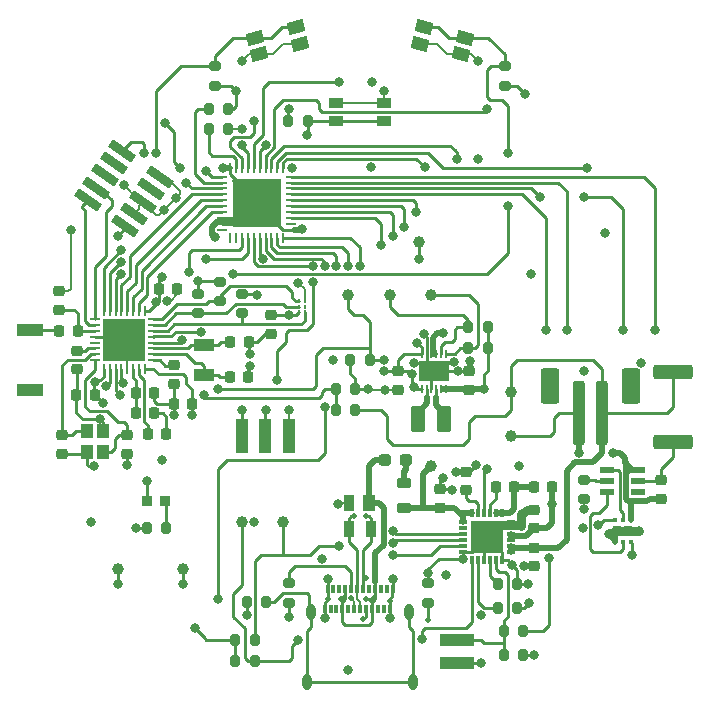
<source format=gbr>
%TF.GenerationSoftware,KiCad,Pcbnew,6.0.7+dfsg-1~bpo11+1*%
%TF.CreationDate,2022-09-09T13:16:42+02:00*%
%TF.ProjectId,pcb,7063622e-6b69-4636-9164-5f7063625858,0.1*%
%TF.SameCoordinates,Original*%
%TF.FileFunction,Copper,L1,Top*%
%TF.FilePolarity,Positive*%
%FSLAX46Y46*%
G04 Gerber Fmt 4.6, Leading zero omitted, Abs format (unit mm)*
G04 Created by KiCad (PCBNEW 6.0.7+dfsg-1~bpo11+1) date 2022-09-09 13:16:42*
%MOMM*%
%LPD*%
G01*
G04 APERTURE LIST*
G04 Aperture macros list*
%AMRoundRect*
0 Rectangle with rounded corners*
0 $1 Rounding radius*
0 $2 $3 $4 $5 $6 $7 $8 $9 X,Y pos of 4 corners*
0 Add a 4 corners polygon primitive as box body*
4,1,4,$2,$3,$4,$5,$6,$7,$8,$9,$2,$3,0*
0 Add four circle primitives for the rounded corners*
1,1,$1+$1,$2,$3*
1,1,$1+$1,$4,$5*
1,1,$1+$1,$6,$7*
1,1,$1+$1,$8,$9*
0 Add four rect primitives between the rounded corners*
20,1,$1+$1,$2,$3,$4,$5,0*
20,1,$1+$1,$4,$5,$6,$7,0*
20,1,$1+$1,$6,$7,$8,$9,0*
20,1,$1+$1,$8,$9,$2,$3,0*%
%AMRotRect*
0 Rectangle, with rotation*
0 The origin of the aperture is its center*
0 $1 length*
0 $2 width*
0 $3 Rotation angle, in degrees counterclockwise*
0 Add horizontal line*
21,1,$1,$2,0,0,$3*%
G04 Aperture macros list end*
%TA.AperFunction,SMDPad,CuDef*%
%ADD10R,0.300000X0.700000*%
%TD*%
%TA.AperFunction,ComponentPad*%
%ADD11O,0.800000X1.400000*%
%TD*%
%TA.AperFunction,SMDPad,CuDef*%
%ADD12RotRect,2.400000X0.760000X145.000000*%
%TD*%
%TA.AperFunction,SMDPad,CuDef*%
%ADD13R,0.950000X0.950000*%
%TD*%
%TA.AperFunction,SMDPad,CuDef*%
%ADD14R,1.800000X1.000000*%
%TD*%
%TA.AperFunction,SMDPad,CuDef*%
%ADD15R,0.800000X0.300000*%
%TD*%
%TA.AperFunction,SMDPad,CuDef*%
%ADD16R,0.300000X0.800000*%
%TD*%
%TA.AperFunction,SMDPad,CuDef*%
%ADD17R,2.800000X2.800000*%
%TD*%
%TA.AperFunction,SMDPad,CuDef*%
%ADD18RoundRect,0.225000X0.225000X0.250000X-0.225000X0.250000X-0.225000X-0.250000X0.225000X-0.250000X0*%
%TD*%
%TA.AperFunction,SMDPad,CuDef*%
%ADD19C,1.000000*%
%TD*%
%TA.AperFunction,SMDPad,CuDef*%
%ADD20RoundRect,0.250000X-0.250000X-2.500000X0.250000X-2.500000X0.250000X2.500000X-0.250000X2.500000X0*%
%TD*%
%TA.AperFunction,SMDPad,CuDef*%
%ADD21RoundRect,0.250000X-0.550000X-1.250000X0.550000X-1.250000X0.550000X1.250000X-0.550000X1.250000X0*%
%TD*%
%TA.AperFunction,SMDPad,CuDef*%
%ADD22RoundRect,0.200000X0.200000X0.275000X-0.200000X0.275000X-0.200000X-0.275000X0.200000X-0.275000X0*%
%TD*%
%TA.AperFunction,SMDPad,CuDef*%
%ADD23R,0.250000X0.300000*%
%TD*%
%TA.AperFunction,SMDPad,CuDef*%
%ADD24RoundRect,0.225000X0.250000X-0.225000X0.250000X0.225000X-0.250000X0.225000X-0.250000X-0.225000X0*%
%TD*%
%TA.AperFunction,SMDPad,CuDef*%
%ADD25RoundRect,0.200000X-0.275000X0.200000X-0.275000X-0.200000X0.275000X-0.200000X0.275000X0.200000X0*%
%TD*%
%TA.AperFunction,SMDPad,CuDef*%
%ADD26RoundRect,0.200000X-0.200000X-0.275000X0.200000X-0.275000X0.200000X0.275000X-0.200000X0.275000X0*%
%TD*%
%TA.AperFunction,SMDPad,CuDef*%
%ADD27RoundRect,0.225000X-0.250000X0.225000X-0.250000X-0.225000X0.250000X-0.225000X0.250000X0.225000X0*%
%TD*%
%TA.AperFunction,SMDPad,CuDef*%
%ADD28RoundRect,0.200000X0.275000X-0.200000X0.275000X0.200000X-0.275000X0.200000X-0.275000X-0.200000X0*%
%TD*%
%TA.AperFunction,SMDPad,CuDef*%
%ADD29RotRect,1.400000X1.050000X165.500000*%
%TD*%
%TA.AperFunction,SMDPad,CuDef*%
%ADD30RoundRect,0.062500X0.337500X0.062500X-0.337500X0.062500X-0.337500X-0.062500X0.337500X-0.062500X0*%
%TD*%
%TA.AperFunction,SMDPad,CuDef*%
%ADD31RoundRect,0.062500X0.062500X0.337500X-0.062500X0.337500X-0.062500X-0.337500X0.062500X-0.337500X0*%
%TD*%
%TA.AperFunction,SMDPad,CuDef*%
%ADD32R,3.600000X3.600000*%
%TD*%
%TA.AperFunction,SMDPad,CuDef*%
%ADD33RoundRect,0.250000X-0.375000X-0.850000X0.375000X-0.850000X0.375000X0.850000X-0.375000X0.850000X0*%
%TD*%
%TA.AperFunction,SMDPad,CuDef*%
%ADD34R,1.200000X0.900000*%
%TD*%
%TA.AperFunction,SMDPad,CuDef*%
%ADD35RotRect,1.400000X1.050000X194.500000*%
%TD*%
%TA.AperFunction,SMDPad,CuDef*%
%ADD36RoundRect,0.218750X-0.218750X-0.256250X0.218750X-0.256250X0.218750X0.256250X-0.218750X0.256250X0*%
%TD*%
%TA.AperFunction,SMDPad,CuDef*%
%ADD37RoundRect,0.218750X-0.381250X0.218750X-0.381250X-0.218750X0.381250X-0.218750X0.381250X0.218750X0*%
%TD*%
%TA.AperFunction,SMDPad,CuDef*%
%ADD38RoundRect,0.062500X-0.375000X-0.062500X0.375000X-0.062500X0.375000X0.062500X-0.375000X0.062500X0*%
%TD*%
%TA.AperFunction,SMDPad,CuDef*%
%ADD39RoundRect,0.062500X-0.062500X-0.375000X0.062500X-0.375000X0.062500X0.375000X-0.062500X0.375000X0*%
%TD*%
%TA.AperFunction,SMDPad,CuDef*%
%ADD40R,4.100000X4.100000*%
%TD*%
%TA.AperFunction,SMDPad,CuDef*%
%ADD41RoundRect,0.225000X-0.225000X-0.250000X0.225000X-0.250000X0.225000X0.250000X-0.225000X0.250000X0*%
%TD*%
%TA.AperFunction,SMDPad,CuDef*%
%ADD42R,1.000000X1.150000*%
%TD*%
%TA.AperFunction,SMDPad,CuDef*%
%ADD43RoundRect,0.218750X0.218750X0.256250X-0.218750X0.256250X-0.218750X-0.256250X0.218750X-0.256250X0*%
%TD*%
%TA.AperFunction,SMDPad,CuDef*%
%ADD44R,1.100000X1.400000*%
%TD*%
%TA.AperFunction,SMDPad,CuDef*%
%ADD45R,0.900000X1.400000*%
%TD*%
%TA.AperFunction,SMDPad,CuDef*%
%ADD46R,0.400000X0.425000*%
%TD*%
%TA.AperFunction,SMDPad,CuDef*%
%ADD47R,0.650000X0.900000*%
%TD*%
%TA.AperFunction,SMDPad,CuDef*%
%ADD48R,0.200000X0.800000*%
%TD*%
%TA.AperFunction,SMDPad,CuDef*%
%ADD49R,2.550000X1.800000*%
%TD*%
%TA.AperFunction,SMDPad,CuDef*%
%ADD50R,1.000000X3.000000*%
%TD*%
%TA.AperFunction,SMDPad,CuDef*%
%ADD51R,3.000000X1.000000*%
%TD*%
%TA.AperFunction,SMDPad,CuDef*%
%ADD52R,1.150000X0.600000*%
%TD*%
%TA.AperFunction,SMDPad,CuDef*%
%ADD53RoundRect,0.250000X1.425000X-0.362500X1.425000X0.362500X-1.425000X0.362500X-1.425000X-0.362500X0*%
%TD*%
%TA.AperFunction,SMDPad,CuDef*%
%ADD54R,2.200000X1.100000*%
%TD*%
%TA.AperFunction,SMDPad,CuDef*%
%ADD55RoundRect,0.237500X-0.287500X-0.237500X0.287500X-0.237500X0.287500X0.237500X-0.287500X0.237500X0*%
%TD*%
%TA.AperFunction,ViaPad*%
%ADD56C,0.800000*%
%TD*%
%TA.AperFunction,ViaPad*%
%ADD57C,0.500000*%
%TD*%
%TA.AperFunction,Conductor*%
%ADD58C,0.508000*%
%TD*%
%TA.AperFunction,Conductor*%
%ADD59C,0.261112*%
%TD*%
%TA.AperFunction,Conductor*%
%ADD60C,0.254000*%
%TD*%
%TA.AperFunction,Conductor*%
%ADD61C,0.200000*%
%TD*%
%TA.AperFunction,Conductor*%
%ADD62C,0.762000*%
%TD*%
%TA.AperFunction,Conductor*%
%ADD63C,0.250000*%
%TD*%
%TA.AperFunction,Conductor*%
%ADD64C,0.293000*%
%TD*%
G04 APERTURE END LIST*
D10*
%TO.P,X1,A1,GND*%
%TO.N,BAT_PROT-*%
X147250000Y-119420000D03*
%TO.P,X1,A2*%
%TO.N,N/C*%
X147750000Y-119420000D03*
%TO.P,X1,A3*%
X148250000Y-119420000D03*
%TO.P,X1,A4,VBUS*%
%TO.N,VBUS_CONN*%
X148750000Y-119420000D03*
%TO.P,X1,A5,CC1*%
%TO.N,/Power/CC1*%
X149250000Y-119420000D03*
%TO.P,X1,A6,D+*%
%TO.N,USB_D-*%
X149750000Y-119420000D03*
%TO.P,X1,A7,D-*%
%TO.N,USB_D+*%
X150250000Y-119420000D03*
%TO.P,X1,A8,SBU1*%
%TO.N,unconnected-(X1-PadA8)*%
X150750000Y-119420000D03*
%TO.P,X1,A9,VBUS*%
%TO.N,VBUS_CONN*%
X151250000Y-119420000D03*
%TO.P,X1,A10*%
%TO.N,N/C*%
X151750000Y-119420000D03*
%TO.P,X1,A11*%
X152250000Y-119420000D03*
%TO.P,X1,A12,GND*%
%TO.N,BAT_PROT-*%
X152750000Y-119420000D03*
%TO.P,X1,B1,GND*%
X152500000Y-121120000D03*
%TO.P,X1,B2*%
%TO.N,N/C*%
X152000000Y-121120000D03*
%TO.P,X1,B3*%
X151500000Y-121120000D03*
%TO.P,X1,B4,VBUS*%
%TO.N,VBUS_CONN*%
X151000000Y-121120000D03*
%TO.P,X1,B5,CC2*%
%TO.N,/Power/CC2*%
X150500000Y-121120000D03*
%TO.P,X1,B6,D+*%
%TO.N,USB_D-*%
X150000000Y-121120000D03*
%TO.P,X1,B7,D-*%
%TO.N,USB_D+*%
X149500000Y-121120000D03*
%TO.P,X1,B8,SBU2*%
%TO.N,unconnected-(X1-PadB8)*%
X149000000Y-121120000D03*
%TO.P,X1,B9,VBUS*%
%TO.N,VBUS_CONN*%
X148500000Y-121120000D03*
%TO.P,X1,B10*%
%TO.N,N/C*%
X148000000Y-121120000D03*
%TO.P,X1,B11*%
X147500000Y-121120000D03*
%TO.P,X1,B12,GND*%
%TO.N,BAT_PROT-*%
X147000000Y-121120000D03*
D11*
%TO.P,X1,S1,SHIELD*%
%TO.N,/Power/Shield*%
X145510000Y-127280000D03*
X154130000Y-121330000D03*
X154490000Y-127280000D03*
X145870000Y-121330000D03*
%TD*%
D12*
%TO.P,X5,1,VTref*%
%TO.N,3.3V*%
X130140462Y-88699120D03*
%TO.P,X5,2,SWDIO/TMS*%
%TO.N,SWDIO*%
X126945769Y-86462172D03*
%TO.P,X5,3,GND*%
%TO.N,BAT_PROT-*%
X130868904Y-87658797D03*
%TO.P,X5,4,SWDCLK/TCK*%
%TO.N,SWDCLK*%
X127674211Y-85421849D03*
%TO.P,X5,5,GND*%
%TO.N,BAT_PROT-*%
X131597346Y-86618474D03*
%TO.P,X5,6,SWO/TDO*%
%TO.N,unconnected-(X5-Pad6)*%
X128402654Y-84381526D03*
%TO.P,X5,7,KEY*%
%TO.N,unconnected-(X5-Pad7)*%
X132325789Y-85578151D03*
%TO.P,X5,8,NC/TDI*%
%TO.N,unconnected-(X5-Pad8)*%
X129131096Y-83341203D03*
%TO.P,X5,9,GNDDetect*%
%TO.N,BAT_PROT-*%
X133054231Y-84537828D03*
%TO.P,X5,10,~{RESET}*%
%TO.N,NRST*%
X129859538Y-82300880D03*
%TD*%
D13*
%TO.P,V7,1*%
%TO.N,DBG_LED*%
X132000000Y-112000000D03*
%TO.P,V7,2*%
%TO.N,Net-(R21-Pad2)*%
X133500000Y-112000000D03*
%TD*%
D14*
%TO.P,Y2,1,1*%
%TO.N,LSE2*%
X136798000Y-98798000D03*
%TO.P,Y2,2,2*%
%TO.N,LSE1*%
X136798000Y-101298000D03*
%TD*%
D15*
%TO.P,V5,1,VAC*%
%TO.N,VBUS*%
X158750000Y-113750000D03*
%TO.P,V5,2,NC*%
%TO.N,unconnected-(V5-Pad2)*%
X158750000Y-114250000D03*
%TO.P,V5,3,D+*%
%TO.N,USB_D+*%
X158750000Y-114750000D03*
%TO.P,V5,4,D-*%
%TO.N,USB_D-*%
X158750000Y-115250000D03*
%TO.P,V5,5,STAT*%
%TO.N,/Power/CHRG_STAT*%
X158750000Y-115750000D03*
%TO.P,V5,6,OTG*%
%TO.N,BAT_PROT-*%
X158750000Y-116250000D03*
D16*
%TO.P,V5,7,~{PG}*%
%TO.N,/Power/~{CHRG_PG}*%
X159500000Y-117000000D03*
%TO.P,V5,8,ILIM*%
%TO.N,/Power/ILIM*%
X160000000Y-117000000D03*
%TO.P,V5,9,~{CE}*%
%TO.N,BAT_PROT-*%
X160500000Y-117000000D03*
%TO.P,V5,10,ICHG*%
%TO.N,/Power/ICHG*%
X161000000Y-117000000D03*
%TO.P,V5,11,TS*%
%TO.N,/Power/NTC_IN*%
X161500000Y-117000000D03*
%TO.P,V5,12,VSET*%
%TO.N,BAT_PROT-*%
X162000000Y-117000000D03*
D15*
%TO.P,V5,13,BAT_1*%
%TO.N,BAT_PROT+*%
X162750000Y-116250000D03*
%TO.P,V5,14,BAT_2*%
X162750000Y-115750000D03*
%TO.P,V5,15,SYS_1*%
%TO.N,CHRG_OUT*%
X162750000Y-115250000D03*
%TO.P,V5,16,SYS_2*%
X162750000Y-114750000D03*
%TO.P,V5,17,GND_1*%
%TO.N,BAT_PROT-*%
X162750000Y-114250000D03*
%TO.P,V5,18,GND_2*%
X162750000Y-113750000D03*
D16*
%TO.P,V5,19,SW_1*%
%TO.N,Net-(C2-Pad2)*%
X162000000Y-113000000D03*
%TO.P,V5,20,SW_2*%
X161500000Y-113000000D03*
%TO.P,V5,21,BTST*%
%TO.N,Net-(C2-Pad1)*%
X161000000Y-113000000D03*
%TO.P,V5,22,REGN*%
%TO.N,REGN*%
X160500000Y-113000000D03*
%TO.P,V5,23,PMID*%
%TO.N,/Power/PMID*%
X160000000Y-113000000D03*
%TO.P,V5,24,VBUS*%
%TO.N,VBUS*%
X159500000Y-113000000D03*
D17*
%TO.P,V5,25,THERMALPAD*%
%TO.N,BAT_PROT-*%
X160750000Y-115000000D03*
%TD*%
D18*
%TO.P,C10,1*%
%TO.N,3.3V*%
X135775000Y-103750000D03*
%TO.P,C10,2*%
%TO.N,BAT_PROT-*%
X134225000Y-103750000D03*
%TD*%
D19*
%TO.P,TP2,1,1*%
%TO.N,BAT_PROT-*%
X155000000Y-90000000D03*
%TD*%
D20*
%TO.P,X2,1,Pin_1*%
%TO.N,BAT-*%
X168500000Y-104500000D03*
%TO.P,X2,2,Pin_2*%
%TO.N,BAT_PROT+*%
X170500000Y-104500000D03*
D21*
%TO.P,X2,MP*%
%TO.N,N/C*%
X166100000Y-102250000D03*
X172900000Y-102250000D03*
%TD*%
D22*
%TO.P,R25,1*%
%TO.N,PHOTO*%
X150825000Y-100000000D03*
%TO.P,R25,2*%
%TO.N,BAT_PROT-*%
X149175000Y-100000000D03*
%TD*%
D23*
%TO.P,V32,1,SCL*%
%TO.N,SCL*%
X145307000Y-95964000D03*
%TO.P,V32,2,NC*%
%TO.N,unconnected-(V32-Pad2)*%
X145307000Y-95504000D03*
%TO.P,V32,3,GND*%
%TO.N,BAT_PROT-*%
X145307000Y-95044000D03*
%TO.P,V32,4,INT*%
%TO.N,GYRO_INT*%
X144867000Y-95044000D03*
%TO.P,V32,5,SDA*%
%TO.N,SDA*%
X144867000Y-95504000D03*
%TO.P,V32,6,VDD*%
%TO.N,3.3V*%
X144867000Y-95964000D03*
%TD*%
D24*
%TO.P,C5,1*%
%TO.N,VBUS*%
X156750000Y-112525000D03*
%TO.P,C5,2*%
%TO.N,BAT_PROT-*%
X156750000Y-110975000D03*
%TD*%
D25*
%TO.P,R23,1*%
%TO.N,3.3V*%
X138176000Y-93409000D03*
%TO.P,R23,2*%
%TO.N,GYRO_INT*%
X138176000Y-95059000D03*
%TD*%
D26*
%TO.P,R7,1*%
%TO.N,Net-(R7-Pad1)*%
X159175000Y-99000000D03*
%TO.P,R7,2*%
%TO.N,CHRG_OUT*%
X160825000Y-99000000D03*
%TD*%
D19*
%TO.P,TP10,1,1*%
%TO.N,/Power/~{CHRG_PG}*%
X140000000Y-113750000D03*
%TD*%
D27*
%TO.P,C20,1*%
%TO.N,3.3V*%
X142494000Y-96253000D03*
%TO.P,C20,2*%
%TO.N,BAT_PROT-*%
X142494000Y-97803000D03*
%TD*%
D28*
%TO.P,R18,1*%
%TO.N,3.3V*%
X162250000Y-76825000D03*
%TO.P,R18,2*%
%TO.N,BTN1*%
X162250000Y-75175000D03*
%TD*%
%TO.P,R1,1*%
%TO.N,/Power/CC2*%
X155750000Y-120575000D03*
%TO.P,R1,2*%
%TO.N,BAT_PROT-*%
X155750000Y-118925000D03*
%TD*%
D29*
%TO.P,S3,1*%
%TO.N,BAT_PROT-*%
X155075809Y-73251223D03*
X158561140Y-74152591D03*
%TO.P,S3,2*%
%TO.N,BTN1*%
X158924191Y-72748777D03*
X155438860Y-71847409D03*
%TD*%
D27*
%TO.P,C16,1*%
%TO.N,/MCU/DEC1*%
X134250000Y-100475000D03*
%TO.P,C16,2*%
%TO.N,BAT_PROT-*%
X134250000Y-102025000D03*
%TD*%
D30*
%TO.P,V6,1,DEC1*%
%TO.N,/MCU/DEC1*%
X132498000Y-100048000D03*
%TO.P,V6,2,P0.00/XL1*%
%TO.N,LSE1*%
X132498000Y-99548000D03*
%TO.P,V6,3,P0.01/XL2*%
%TO.N,LSE2*%
X132498000Y-99048000D03*
%TO.P,V6,4,P0.04/AIN2*%
%TO.N,TXD*%
X132498000Y-98548000D03*
%TO.P,V6,5,P0.05/AIN3*%
%TO.N,RXD*%
X132498000Y-98048000D03*
%TO.P,V6,6,P0.06*%
%TO.N,SCL*%
X132498000Y-97548000D03*
%TO.P,V6,7,P0.09*%
%TO.N,SDA*%
X132498000Y-97048000D03*
%TO.P,V6,8,P0.10*%
%TO.N,GYRO_INT*%
X132498000Y-96548000D03*
D31*
%TO.P,V6,9,VDD*%
%TO.N,3.3V*%
X131798000Y-95848000D03*
%TO.P,V6,10,P0.12*%
%TO.N,CS_IO*%
X131298000Y-95848000D03*
%TO.P,V6,11,P0.14*%
%TO.N,MOSI*%
X130798000Y-95848000D03*
%TO.P,V6,12,P0.15*%
%TO.N,SCK*%
X130298000Y-95848000D03*
%TO.P,V6,13,P0.16*%
%TO.N,MISO*%
X129798000Y-95848000D03*
%TO.P,V6,14,P0.18*%
%TO.N,BTN1*%
X129298000Y-95848000D03*
%TO.P,V6,15,P0.20*%
%TO.N,BTN0*%
X128798000Y-95848000D03*
%TO.P,V6,16,P0.21/~{RESET}*%
%TO.N,NRST*%
X128298000Y-95848000D03*
D30*
%TO.P,V6,17,SWDCLK*%
%TO.N,SWDCLK*%
X127598000Y-96548000D03*
%TO.P,V6,18,SWDIO*%
%TO.N,SWDIO*%
X127598000Y-97048000D03*
%TO.P,V6,19,ANT*%
%TO.N,/MCU/ANT_IN*%
X127598000Y-97548000D03*
%TO.P,V6,20,VSS*%
%TO.N,BAT_PROT-*%
X127598000Y-98048000D03*
%TO.P,V6,21,DEC2*%
%TO.N,unconnected-(V6-Pad21)*%
X127598000Y-98548000D03*
%TO.P,V6,22,DEC3*%
%TO.N,/MCU/DEC3*%
X127598000Y-99048000D03*
%TO.P,V6,23,XC1*%
%TO.N,HSE1*%
X127598000Y-99548000D03*
%TO.P,V6,24,XC2*%
%TO.N,HSE2*%
X127598000Y-100048000D03*
D31*
%TO.P,V6,25,VDD*%
%TO.N,3.3V*%
X128298000Y-100748000D03*
%TO.P,V6,26,P0.25*%
%TO.N,DBG_LED*%
X128798000Y-100748000D03*
%TO.P,V6,27,P0.28/AIN4*%
%TO.N,BAT_SENS*%
X129298000Y-100748000D03*
%TO.P,V6,28,P0.30/AIN6*%
%TO.N,PHOTO*%
X129798000Y-100748000D03*
%TO.P,V6,29,VSS*%
%TO.N,BAT_PROT-*%
X130298000Y-100748000D03*
%TO.P,V6,30,DEC4*%
%TO.N,/MCU/DEC4*%
X130798000Y-100748000D03*
%TO.P,V6,31,DCC*%
%TO.N,/MCU/DCC*%
X131298000Y-100748000D03*
%TO.P,V6,32,VDD*%
%TO.N,3.3V*%
X131798000Y-100748000D03*
D32*
%TO.P,V6,33,VSS*%
%TO.N,BAT_PROT-*%
X130048000Y-98298000D03*
%TD*%
D26*
%TO.P,R13,1*%
%TO.N,/Power/NTC_IN*%
X162175000Y-125000000D03*
%TO.P,R13,2*%
%TO.N,BAT_PROT-*%
X163825000Y-125000000D03*
%TD*%
D24*
%TO.P,C9,1*%
%TO.N,BAT_PROT-*%
X124798000Y-107948000D03*
%TO.P,C9,2*%
%TO.N,HSE1*%
X124798000Y-106398000D03*
%TD*%
D28*
%TO.P,R17,1*%
%TO.N,3.3V*%
X137750000Y-76825000D03*
%TO.P,R17,2*%
%TO.N,BTN0*%
X137750000Y-75175000D03*
%TD*%
D19*
%TO.P,TP6,1,1*%
%TO.N,BAT_PROT-*%
X129500000Y-117750000D03*
%TD*%
D26*
%TO.P,R20,1*%
%TO.N,BAT_SENS*%
X147925000Y-102500000D03*
%TO.P,R20,2*%
%TO.N,BAT_PROT-*%
X149575000Y-102500000D03*
%TD*%
D25*
%TO.P,R2,1*%
%TO.N,/Power/CC1*%
X144000000Y-118925000D03*
%TO.P,R2,2*%
%TO.N,BAT_PROT-*%
X144000000Y-120575000D03*
%TD*%
D33*
%TO.P,L2,1*%
%TO.N,Net-(L2-Pad1)*%
X154925000Y-105000000D03*
%TO.P,L2,2*%
%TO.N,Net-(L2-Pad2)*%
X157075000Y-105000000D03*
%TD*%
D19*
%TO.P,TP4,1,1*%
%TO.N,BAT-*%
X162750000Y-106500000D03*
%TD*%
D34*
%TO.P,S1,1*%
%TO.N,BAT_PROT-*%
X148000000Y-78250000D03*
X152000000Y-78250000D03*
%TO.P,S1,2*%
%TO.N,NRST*%
X152000000Y-79750000D03*
X148000000Y-79750000D03*
%TD*%
D27*
%TO.P,C1,1*%
%TO.N,Net-(C1-Pad1)*%
X175500000Y-110225000D03*
%TO.P,C1,2*%
%TO.N,BAT-*%
X175500000Y-111775000D03*
%TD*%
D35*
%TO.P,S2,1*%
%TO.N,BAT_PROT-*%
X141438860Y-74152591D03*
X144924191Y-73251223D03*
%TO.P,S2,2*%
%TO.N,BTN0*%
X141075809Y-72748777D03*
X144561140Y-71847409D03*
%TD*%
D27*
%TO.P,C15,1*%
%TO.N,/MCU/DEC3*%
X126048000Y-99273000D03*
%TO.P,C15,2*%
%TO.N,BAT_PROT-*%
X126048000Y-100823000D03*
%TD*%
D36*
%TO.P,L1,1*%
%TO.N,Net-(C2-Pad2)*%
X164712500Y-110750000D03*
%TO.P,L1,2*%
%TO.N,CHRG_OUT*%
X166287500Y-110750000D03*
%TD*%
D24*
%TO.P,C8,1*%
%TO.N,CHRG_OUT*%
X164750000Y-114250000D03*
%TO.P,C8,2*%
%TO.N,BAT_PROT-*%
X164750000Y-112700000D03*
%TD*%
D26*
%TO.P,R21,1*%
%TO.N,3.3V*%
X131925000Y-114250000D03*
%TO.P,R21,2*%
%TO.N,Net-(R21-Pad2)*%
X133575000Y-114250000D03*
%TD*%
D19*
%TO.P,TP3,1,1*%
%TO.N,BAT_PROT+*%
X162750000Y-102750000D03*
%TD*%
D37*
%TO.P,FB1,1*%
%TO.N,Net-(F1-Pad2)*%
X153750000Y-110437500D03*
%TO.P,FB1,2*%
%TO.N,VBUS*%
X153750000Y-112562500D03*
%TD*%
D19*
%TO.P,TP1,1,1*%
%TO.N,3.3V*%
X135000000Y-117750000D03*
%TD*%
%TO.P,TP5,1,1*%
%TO.N,VBUS*%
X156000000Y-109000000D03*
%TD*%
D22*
%TO.P,R24,1*%
%TO.N,3.3V*%
X138825000Y-78750000D03*
%TO.P,R24,2*%
%TO.N,Net-(R24-Pad2)*%
X137175000Y-78750000D03*
%TD*%
D38*
%TO.P,V33,1,VDD*%
%TO.N,3.3V*%
X138312500Y-84500000D03*
%TO.P,V33,2,~{RESET}*%
%TO.N,Net-(R24-Pad2)*%
X138312500Y-85000000D03*
%TO.P,V33,3,VDDIO*%
%TO.N,3.3V*%
X138312500Y-85500000D03*
%TO.P,V33,4,SDO*%
%TO.N,MISO*%
X138312500Y-86000000D03*
%TO.P,V33,5,SCLK*%
%TO.N,SCK*%
X138312500Y-86500000D03*
%TO.P,V33,6,SDI*%
%TO.N,MOSI*%
X138312500Y-87000000D03*
%TO.P,V33,7,~{CS}*%
%TO.N,CS_IO*%
X138312500Y-87500000D03*
%TO.P,V33,8,~{OE}*%
%TO.N,BAT_PROT-*%
X138312500Y-88000000D03*
%TO.P,V33,9,VSS_1*%
X138312500Y-88500000D03*
%TO.P,V33,10,N/C_1*%
%TO.N,unconnected-(V33-Pad10)*%
X138312500Y-89000000D03*
D39*
%TO.P,V33,11,TEST*%
%TO.N,unconnected-(V33-Pad11)*%
X139000000Y-89687500D03*
%TO.P,V33,12,N/C_2*%
%TO.N,unconnected-(V33-Pad12)*%
X139500000Y-89687500D03*
%TO.P,V33,13,LED0*%
%TO.N,Ring1_2*%
X140000000Y-89687500D03*
%TO.P,V33,14,LED1*%
%TO.N,Ring0_2*%
X140500000Y-89687500D03*
%TO.P,V33,15,LED2*%
%TO.N,Ring1_3*%
X141000000Y-89687500D03*
%TO.P,V33,16,LED3*%
%TO.N,Ring0_3*%
X141500000Y-89687500D03*
%TO.P,V33,17,LED4*%
%TO.N,Ring1_4*%
X142000000Y-89687500D03*
%TO.P,V33,18,LED5*%
%TO.N,Ring0_4*%
X142500000Y-89687500D03*
%TO.P,V33,19,LED6*%
%TO.N,Ring1_5*%
X143000000Y-89687500D03*
%TO.P,V33,20,LED7*%
%TO.N,Ring0_5*%
X143500000Y-89687500D03*
D38*
%TO.P,V33,21,VSS_2*%
%TO.N,BAT_PROT-*%
X144187500Y-89000000D03*
%TO.P,V33,22,N/C_3*%
%TO.N,unconnected-(V33-Pad22)*%
X144187500Y-88500000D03*
%TO.P,V33,23,LED8*%
%TO.N,Ring1_6*%
X144187500Y-88000000D03*
%TO.P,V33,24,LED9*%
%TO.N,Ring0_6*%
X144187500Y-87500000D03*
%TO.P,V33,25,LED10*%
%TO.N,Ring1_7*%
X144187500Y-87000000D03*
%TO.P,V33,26,LED11*%
%TO.N,Ring0_7*%
X144187500Y-86500000D03*
%TO.P,V33,27,LED12*%
%TO.N,Ring1_8*%
X144187500Y-86000000D03*
%TO.P,V33,28,LED13*%
%TO.N,Ring0_8*%
X144187500Y-85500000D03*
%TO.P,V33,29,LED14*%
%TO.N,Ring1_9*%
X144187500Y-85000000D03*
%TO.P,V33,30,LED15*%
%TO.N,Ring0_9*%
X144187500Y-84500000D03*
D39*
%TO.P,V33,31,LED16*%
%TO.N,Ring1_10*%
X143500000Y-83812500D03*
%TO.P,V33,32,LED17*%
%TO.N,Ring0_10*%
X143000000Y-83812500D03*
%TO.P,V33,33,LED18*%
%TO.N,Ring1_11*%
X142500000Y-83812500D03*
%TO.P,V33,34,LED19*%
%TO.N,Ring0_11*%
X142000000Y-83812500D03*
%TO.P,V33,35,LED20*%
%TO.N,Ring1_0*%
X141500000Y-83812500D03*
%TO.P,V33,36,LED21*%
%TO.N,Ring0_0*%
X141000000Y-83812500D03*
%TO.P,V33,37,LED22*%
%TO.N,Ring1_1*%
X140500000Y-83812500D03*
%TO.P,V33,38,LED23*%
%TO.N,Ring0_1*%
X140000000Y-83812500D03*
%TO.P,V33,39,REXT*%
%TO.N,Net-(R22-Pad2)*%
X139500000Y-83812500D03*
%TO.P,V33,40,VSS_3*%
%TO.N,BAT_PROT-*%
X139000000Y-83812500D03*
D40*
%TO.P,V33,41,VSS_4*%
X141250000Y-86750000D03*
%TD*%
D41*
%TO.P,C2,1*%
%TO.N,Net-(C2-Pad1)*%
X161475000Y-110750000D03*
%TO.P,C2,2*%
%TO.N,Net-(C2-Pad2)*%
X163025000Y-110750000D03*
%TD*%
D42*
%TO.P,Y1,1,1*%
%TO.N,HSE1*%
X126848000Y-106048000D03*
%TO.P,Y1,2,2*%
%TO.N,BAT_PROT-*%
X126848000Y-107798000D03*
%TO.P,Y1,3,3*%
%TO.N,HSE2*%
X128248000Y-107798000D03*
%TO.P,Y1,4,4*%
%TO.N,BAT_PROT-*%
X128248000Y-106048000D03*
%TD*%
D22*
%TO.P,R22,1*%
%TO.N,BAT_PROT-*%
X138825000Y-80500000D03*
%TO.P,R22,2*%
%TO.N,Net-(R22-Pad2)*%
X137175000Y-80500000D03*
%TD*%
D19*
%TO.P,TP7,1,1*%
%TO.N,Net-(R6-Pad1)*%
X152500000Y-94500000D03*
%TD*%
D24*
%TO.P,C6,1*%
%TO.N,CHRG_OUT*%
X159250000Y-102525000D03*
%TO.P,C6,2*%
%TO.N,BAT_PROT-*%
X159250000Y-100975000D03*
%TD*%
D19*
%TO.P,TP8,1,1*%
%TO.N,Net-(R7-Pad1)*%
X156000000Y-94500000D03*
%TD*%
D18*
%TO.P,C19,1*%
%TO.N,BAT_PROT-*%
X140573000Y-98500000D03*
%TO.P,C19,2*%
%TO.N,LSE2*%
X139023000Y-98500000D03*
%TD*%
D22*
%TO.P,R12,1*%
%TO.N,REGN*%
X163825000Y-123000000D03*
%TO.P,R12,2*%
%TO.N,/Power/NTC_IN*%
X162175000Y-123000000D03*
%TD*%
D28*
%TO.P,R3,1*%
%TO.N,BAT_PROT-*%
X169000000Y-111825000D03*
%TO.P,R3,2*%
%TO.N,Net-(R3-Pad2)*%
X169000000Y-110175000D03*
%TD*%
D26*
%TO.P,R6,1*%
%TO.N,Net-(R6-Pad1)*%
X159175000Y-97250000D03*
%TO.P,R6,2*%
%TO.N,CHRG_OUT*%
X160825000Y-97250000D03*
%TD*%
D22*
%TO.P,R11,1*%
%TO.N,BAT_PROT-*%
X163325000Y-119000000D03*
%TO.P,R11,2*%
%TO.N,/Power/ICHG*%
X161675000Y-119000000D03*
%TD*%
D43*
%TO.P,L3,1*%
%TO.N,Net-(L3-Pad1)*%
X132585500Y-104548000D03*
%TO.P,L3,2*%
%TO.N,/MCU/DEC4*%
X131010500Y-104548000D03*
%TD*%
D22*
%TO.P,R5,1*%
%TO.N,/Power/Shield*%
X142075000Y-120500000D03*
%TO.P,R5,2*%
%TO.N,BAT_PROT-*%
X140425000Y-120500000D03*
%TD*%
D44*
%TO.P,V3,1,COMMON_A*%
%TO.N,VBUS_CONN*%
X150750000Y-112150000D03*
D45*
%TO.P,V3,2,K_1*%
%TO.N,BAT_PROT-*%
X149050000Y-112150000D03*
%TO.P,V3,3,K_2*%
%TO.N,USB_D-*%
X149050000Y-114350000D03*
%TO.P,V3,4,K_3*%
%TO.N,USB_D+*%
X150950000Y-114350000D03*
%TD*%
D46*
%TO.P,V2,1,SOURCE1*%
%TO.N,BAT-*%
X172900000Y-113562000D03*
%TO.P,V2,2,GATE1*%
%TO.N,Net-(V1-Pad1)*%
X172250000Y-113562000D03*
%TO.P,V2,3,DRAIN2_1*%
%TO.N,Net-(V2-Pad3)*%
X171600000Y-113562000D03*
%TO.P,V2,4,SOURCE2*%
%TO.N,BAT_PROT-*%
X171600000Y-115438000D03*
%TO.P,V2,5,GATE2*%
%TO.N,Net-(V1-Pad3)*%
X172250000Y-115438000D03*
%TO.P,V2,6,DRAIN2_2*%
%TO.N,Net-(V2-Pad3)*%
X172900000Y-115438000D03*
D47*
%TO.P,V2,7,D2*%
%TO.N,BAT_PROT-*%
X171775000Y-114500000D03*
%TO.P,V2,8,D1*%
X172725000Y-114500000D03*
%TD*%
D41*
%TO.P,C12,1*%
%TO.N,3.3V*%
X132975000Y-94000000D03*
%TO.P,C12,2*%
%TO.N,BAT_PROT-*%
X134525000Y-94000000D03*
%TD*%
D48*
%TO.P,V4,1,VOUT*%
%TO.N,3.3V*%
X155250000Y-102500000D03*
%TO.P,V4,2,LX2*%
%TO.N,Net-(L2-Pad1)*%
X155650000Y-102500000D03*
%TO.P,V4,3,PGND*%
%TO.N,BAT_PROT-*%
X156050000Y-102500000D03*
%TO.P,V4,4,LX1*%
%TO.N,Net-(L2-Pad2)*%
X156450000Y-102500000D03*
%TO.P,V4,5,PVIN*%
%TO.N,CHRG_OUT*%
X156850000Y-102500000D03*
%TO.P,V4,6,VIN*%
X157250000Y-102500000D03*
%TO.P,V4,7,PG*%
%TO.N,Net-(R7-Pad1)*%
X157250000Y-99500000D03*
%TO.P,V4,8,~{BAT}*%
%TO.N,Net-(R6-Pad1)*%
X156850000Y-99500000D03*
%TO.P,V4,9,EN*%
%TO.N,CHRG_OUT*%
X156450000Y-99500000D03*
%TO.P,V4,10,MODE/SYNC*%
X156050000Y-99500000D03*
%TO.P,V4,11,GND*%
%TO.N,BAT_PROT-*%
X155650000Y-99500000D03*
%TO.P,V4,12,FB*%
%TO.N,3.3V*%
X155250000Y-99500000D03*
D49*
%TO.P,V4,13,EP*%
%TO.N,BAT_PROT-*%
X156250000Y-101000000D03*
%TD*%
D36*
%TO.P,L5,1*%
%TO.N,/MCU/ANT_TP*%
X124510500Y-97536000D03*
%TO.P,L5,2*%
%TO.N,/MCU/ANT_IN*%
X126085500Y-97536000D03*
%TD*%
D19*
%TO.P,TP9,1,1*%
%TO.N,/Power/CHRG_STAT*%
X143500000Y-113750000D03*
%TD*%
D41*
%TO.P,C13,1*%
%TO.N,/MCU/DEC4*%
X131023000Y-102798000D03*
%TO.P,C13,2*%
%TO.N,BAT_PROT-*%
X132573000Y-102798000D03*
%TD*%
D22*
%TO.P,R19,1*%
%TO.N,BAT_PROT+*%
X149575000Y-104250000D03*
%TO.P,R19,2*%
%TO.N,BAT_SENS*%
X147925000Y-104250000D03*
%TD*%
D50*
%TO.P,X4,1,Pin_1*%
%TO.N,TXD*%
X139986000Y-106426000D03*
%TO.P,X4,2,Pin_2*%
%TO.N,RXD*%
X141986000Y-106426000D03*
%TO.P,X4,3,Pin_3*%
%TO.N,BAT_PROT-*%
X143986000Y-106426000D03*
%TD*%
D26*
%TO.P,R16,1*%
%TO.N,3.3V*%
X143925000Y-79750000D03*
%TO.P,R16,2*%
%TO.N,NRST*%
X145575000Y-79750000D03*
%TD*%
D19*
%TO.P,TP11,1,1*%
%TO.N,PHOTO*%
X149000000Y-94500000D03*
%TD*%
D51*
%TO.P,X3,1,Pin_1*%
%TO.N,/Power/NTC_IN*%
X158250000Y-123714000D03*
%TO.P,X3,2,Pin_2*%
%TO.N,BAT_PROT-*%
X158250000Y-125714000D03*
%TD*%
D52*
%TO.P,V1,1,DO*%
%TO.N,Net-(V1-Pad1)*%
X170950000Y-109300000D03*
%TO.P,V1,2,VM*%
%TO.N,Net-(R3-Pad2)*%
X170950000Y-110250000D03*
%TO.P,V1,3,CO*%
%TO.N,Net-(V1-Pad3)*%
X170950000Y-111200000D03*
%TO.P,V1,4,NC*%
%TO.N,unconnected-(V1-Pad4)*%
X173550000Y-111200000D03*
%TO.P,V1,5,VDD*%
%TO.N,Net-(C1-Pad1)*%
X173550000Y-110250000D03*
%TO.P,V1,6,VSS*%
%TO.N,BAT-*%
X173550000Y-109300000D03*
%TD*%
D26*
%TO.P,R8,1*%
%TO.N,3.3V*%
X139425000Y-123750000D03*
%TO.P,R8,2*%
%TO.N,/Power/CHRG_STAT*%
X141075000Y-123750000D03*
%TD*%
D36*
%TO.P,L4,1*%
%TO.N,/MCU/DCC*%
X132010500Y-106298000D03*
%TO.P,L4,2*%
%TO.N,Net-(L3-Pad1)*%
X133585500Y-106298000D03*
%TD*%
D25*
%TO.P,R15,1*%
%TO.N,3.3V*%
X136250000Y-94425000D03*
%TO.P,R15,2*%
%TO.N,SDA*%
X136250000Y-96075000D03*
%TD*%
D26*
%TO.P,R9,1*%
%TO.N,3.3V*%
X139425000Y-125500000D03*
%TO.P,R9,2*%
%TO.N,/Power/~{CHRG_PG}*%
X141075000Y-125500000D03*
%TD*%
D18*
%TO.P,C11,1*%
%TO.N,3.3V*%
X127525000Y-103000000D03*
%TO.P,C11,2*%
%TO.N,BAT_PROT-*%
X125975000Y-103000000D03*
%TD*%
D53*
%TO.P,R4,1*%
%TO.N,Net-(C1-Pad1)*%
X176500000Y-106962500D03*
%TO.P,R4,2*%
%TO.N,BAT_PROT+*%
X176500000Y-101037500D03*
%TD*%
D54*
%TO.P,AE1,1,A*%
%TO.N,/MCU/ANT_TP*%
X122048000Y-97498000D03*
%TO.P,AE1,MT*%
%TO.N,N/C*%
X122048000Y-102598000D03*
%TD*%
D27*
%TO.P,C7,1*%
%TO.N,BAT_PROT+*%
X164750000Y-115950000D03*
%TO.P,C7,2*%
%TO.N,BAT_PROT-*%
X164750000Y-117500000D03*
%TD*%
D18*
%TO.P,C17,1*%
%TO.N,BAT_PROT-*%
X140525000Y-101500000D03*
%TO.P,C17,2*%
%TO.N,LSE1*%
X138975000Y-101500000D03*
%TD*%
D27*
%TO.P,C4,1*%
%TO.N,3.3V*%
X153250000Y-100975000D03*
%TO.P,C4,2*%
%TO.N,BAT_PROT-*%
X153250000Y-102525000D03*
%TD*%
D24*
%TO.P,C18,1*%
%TO.N,/MCU/ANT_IN*%
X124500000Y-95775000D03*
%TO.P,C18,2*%
%TO.N,BAT_PROT-*%
X124500000Y-94225000D03*
%TD*%
D25*
%TO.P,R14,1*%
%TO.N,3.3V*%
X140000000Y-94425000D03*
%TO.P,R14,2*%
%TO.N,SCL*%
X140000000Y-96075000D03*
%TD*%
D24*
%TO.P,C14,1*%
%TO.N,BAT_PROT-*%
X130298000Y-107948000D03*
%TO.P,C14,2*%
%TO.N,HSE2*%
X130298000Y-106398000D03*
%TD*%
%TO.P,C3,1*%
%TO.N,/Power/PMID*%
X159000000Y-111025000D03*
%TO.P,C3,2*%
%TO.N,BAT_PROT-*%
X159000000Y-109475000D03*
%TD*%
D22*
%TO.P,R10,1*%
%TO.N,BAT_PROT-*%
X163325000Y-121000000D03*
%TO.P,R10,2*%
%TO.N,/Power/ILIM*%
X161675000Y-121000000D03*
%TD*%
D55*
%TO.P,F1,1*%
%TO.N,VBUS_CONN*%
X152125000Y-108500000D03*
%TO.P,F1,2*%
%TO.N,Net-(F1-Pad2)*%
X153875000Y-108500000D03*
%TD*%
D56*
%TO.N,BAT-*%
X171400000Y-107900000D03*
X168508636Y-107916500D03*
D57*
%TO.N,BAT_PROT-*%
X143050000Y-88550000D03*
D56*
X137679648Y-89595395D03*
X145100000Y-88950000D03*
X133631500Y-95000000D03*
D57*
X128600000Y-99750000D03*
D56*
X127500000Y-109000000D03*
X159800000Y-108900000D03*
X150654500Y-102500000D03*
X159300000Y-100100000D03*
X171100000Y-114800000D03*
X134226600Y-104694135D03*
X140425500Y-121600000D03*
X144000000Y-121750000D03*
X134400000Y-86350000D03*
X152500000Y-121900000D03*
X163750000Y-113083500D03*
D57*
X139450000Y-88550000D03*
D56*
X138400000Y-83800000D03*
D57*
X128581487Y-96849500D03*
D56*
X158300000Y-101000000D03*
X154550000Y-100250000D03*
X133406500Y-87300000D03*
X127950000Y-105006500D03*
X140000000Y-80500000D03*
X155435168Y-97843971D03*
X130000000Y-85250000D03*
D57*
X139433033Y-84850659D03*
D56*
X163864909Y-117456110D03*
D57*
X131501485Y-96849500D03*
D56*
X164289105Y-120590820D03*
X129500000Y-119000000D03*
X158750000Y-116850000D03*
X157000000Y-110000000D03*
X147000000Y-121900000D03*
X130298000Y-108952000D03*
D57*
X152500000Y-120400000D03*
D56*
X148100000Y-112200000D03*
X157750000Y-111000000D03*
X173600000Y-114500000D03*
X164700000Y-125000000D03*
X152095500Y-102525000D03*
X140656500Y-100500000D03*
X144750000Y-93500000D03*
X140000000Y-74750000D03*
X160000000Y-74750000D03*
D57*
X143050000Y-84950000D03*
D56*
X147250000Y-118600000D03*
X162907440Y-117397922D03*
X160214000Y-125714000D03*
X152750000Y-118600000D03*
X152000000Y-77250000D03*
X164200000Y-119000000D03*
X144000000Y-104250000D03*
D57*
X147300000Y-120300000D03*
D56*
X169000000Y-112650000D03*
D57*
X131500000Y-99750000D03*
D56*
X155000000Y-91500000D03*
X140656500Y-99500000D03*
X157945647Y-100154500D03*
X155750000Y-118050000D03*
X158100000Y-109500000D03*
X163650000Y-114000000D03*
X125500000Y-89000000D03*
%TO.N,3.3V*%
X173750000Y-100250000D03*
X144000000Y-96250000D03*
X129500000Y-89500000D03*
X170750000Y-89250000D03*
X150950000Y-83654500D03*
X157250000Y-118250000D03*
X132706919Y-95095500D03*
X136250000Y-93350000D03*
X136000000Y-122750000D03*
X139500000Y-77250000D03*
X137000000Y-84000000D03*
X133250000Y-108500000D03*
X135800000Y-104700000D03*
X144000000Y-78750000D03*
X151000000Y-76500000D03*
X160206404Y-121587192D03*
X154404500Y-101250000D03*
X164500000Y-92750000D03*
X135250000Y-85000000D03*
X168843500Y-114250000D03*
X133250000Y-93000000D03*
X160000000Y-83000000D03*
X146750000Y-116843500D03*
X127250000Y-113750000D03*
X169000000Y-101000000D03*
X149000000Y-126250000D03*
X154847613Y-98564218D03*
X127600000Y-101900000D03*
X128260193Y-103685796D03*
X147750000Y-100000000D03*
X144250000Y-83750000D03*
X152000000Y-101000000D03*
X141250000Y-94500000D03*
X131000000Y-114250000D03*
X135000000Y-119000000D03*
X164000000Y-77500000D03*
X154575000Y-102325000D03*
X163500000Y-109000000D03*
X141029503Y-113750000D03*
%TO.N,CHRG_OUT*%
X160500000Y-102500000D03*
X157000000Y-97750000D03*
X166250000Y-112250000D03*
D57*
%TO.N,/Power/CC2*%
X155750000Y-122000000D03*
X150250000Y-121993500D03*
D56*
%TO.N,/Power/CHRG_STAT*%
X152750000Y-116500000D03*
X148250000Y-115750000D03*
%TO.N,/Power/~{CHRG_PG}*%
X155250000Y-123654500D03*
X144750000Y-123750000D03*
%TO.N,REGN*%
X160750000Y-109250000D03*
X166000000Y-116750000D03*
%TO.N,NRST*%
X129750000Y-90750000D03*
X145500000Y-81000000D03*
X131750000Y-82500000D03*
%TO.N,BTN0*%
X129750000Y-91750000D03*
X132750000Y-82500000D03*
%TO.N,BTN1*%
X162500000Y-87000000D03*
X162500000Y-82500000D03*
X129750000Y-92750000D03*
X139250000Y-92750000D03*
%TO.N,BAT_SENS*%
X136750000Y-103000000D03*
X129710210Y-103000000D03*
%TO.N,PHOTO*%
X138000000Y-102500000D03*
X152000000Y-100000000D03*
X129952500Y-102000000D03*
%TO.N,Net-(V2-Pad3)*%
X170156500Y-114038350D03*
X173000000Y-116500000D03*
D57*
%TO.N,USB_D-*%
X149500000Y-113250000D03*
D56*
X152790810Y-115501600D03*
D57*
%TO.N,USB_D+*%
X149256500Y-120149502D03*
D56*
X152790810Y-114498400D03*
D57*
X150500000Y-118500000D03*
X150500000Y-113250000D03*
D56*
%TO.N,RXD*%
X136500000Y-97616500D03*
X142000000Y-104250000D03*
%TO.N,TXD*%
X140000000Y-104250000D03*
X134921284Y-98349716D03*
%TO.N,DBG_LED*%
X132000000Y-110250000D03*
X128504500Y-102250000D03*
%TO.N,Ring0_0*%
X148250000Y-76500000D03*
%TO.N,Ring0_1*%
X141000000Y-79750000D03*
%TO.N,Ring0_2*%
X137000000Y-91500000D03*
X134750000Y-83750000D03*
X133500000Y-80000000D03*
%TO.N,Ring0_3*%
X141750000Y-91439000D03*
%TO.N,Ring0_4*%
X148000000Y-92093500D03*
%TO.N,Ring0_5*%
X150000000Y-92093500D03*
X138000000Y-120250000D03*
X146995500Y-104000000D03*
%TO.N,Ring0_6*%
X152750000Y-89500000D03*
%TO.N,Ring0_7*%
X154750000Y-87500000D03*
%TO.N,Ring0_8*%
X165250000Y-86250000D03*
X172250000Y-97500000D03*
X169000000Y-86250000D03*
%TO.N,Ring0_9*%
X175000000Y-97500000D03*
%TO.N,Ring0_10*%
X169250000Y-83750000D03*
%TO.N,Ring0_11*%
X160750000Y-78750000D03*
%TO.N,Ring1_0*%
X142000000Y-81813500D03*
%TO.N,Ring1_1*%
X140000000Y-81813500D03*
%TO.N,Ring1_2*%
X135500000Y-92550000D03*
%TO.N,Ring1_3*%
X143000000Y-101750000D03*
X146000000Y-93406500D03*
X146000000Y-92093500D03*
%TO.N,Ring1_4*%
X147000000Y-92093500D03*
%TO.N,Ring1_5*%
X149000000Y-92093500D03*
%TO.N,Ring1_6*%
X151750000Y-90250000D03*
%TO.N,Ring1_7*%
X153750000Y-88750000D03*
%TO.N,Ring1_8*%
X165750000Y-97500000D03*
%TO.N,Ring1_9*%
X167500000Y-97500000D03*
%TO.N,Ring1_10*%
X155472011Y-83655931D03*
%TO.N,Ring1_11*%
X158250000Y-83000000D03*
D57*
%TO.N,VBUS_CONN*%
X148400000Y-120299502D03*
X150500000Y-120299502D03*
%TD*%
D58*
%TO.N,BAT-*%
X172511000Y-109589000D02*
X172511000Y-108811000D01*
X172511000Y-108811000D02*
X172400000Y-108700000D01*
D59*
%TO.N,USB_D-*%
X149050000Y-114350000D02*
X149050000Y-113450000D01*
X149050000Y-113450000D02*
X149250000Y-113250000D01*
X149250000Y-113250000D02*
X149500000Y-113250000D01*
%TO.N,USB_D+*%
X150950000Y-114350000D02*
X150950000Y-113450000D01*
X150950000Y-113450000D02*
X150750000Y-113250000D01*
X150750000Y-113250000D02*
X150500000Y-113250000D01*
D60*
%TO.N,Net-(C1-Pad1)*%
X173550000Y-110250000D02*
X175475000Y-110250000D01*
X175500000Y-110225000D02*
X175500000Y-109250000D01*
X175475000Y-110250000D02*
X175500000Y-110225000D01*
X176500000Y-108250000D02*
X176500000Y-106962500D01*
X175500000Y-109250000D02*
X176500000Y-108250000D01*
%TO.N,BAT-*%
X162750000Y-106500000D02*
X166100000Y-106500000D01*
D58*
X173000000Y-109300000D02*
X173550000Y-109300000D01*
X174300000Y-112000000D02*
X174525000Y-111775000D01*
X172400000Y-108300000D02*
X172400000Y-108700000D01*
D60*
X166850000Y-104500000D02*
X168500000Y-104500000D01*
X166450000Y-104900000D02*
X166850000Y-104500000D01*
X166100000Y-106500000D02*
X166450000Y-106150000D01*
D58*
X172511000Y-111800000D02*
X172711000Y-112000000D01*
X168508636Y-107916500D02*
X168508636Y-104508636D01*
X172900000Y-112000000D02*
X174300000Y-112000000D01*
X168508636Y-104508636D02*
X168500000Y-104500000D01*
X174525000Y-111775000D02*
X175500000Y-111775000D01*
X171400000Y-107900000D02*
X172000000Y-107900000D01*
X172400000Y-108700000D02*
X173000000Y-109300000D01*
X173550000Y-109300000D02*
X172800000Y-109300000D01*
X172000000Y-107900000D02*
X172400000Y-108300000D01*
X172900000Y-113562000D02*
X172900000Y-112000000D01*
X172800000Y-109300000D02*
X172511000Y-109589000D01*
D60*
X166450000Y-106150000D02*
X166450000Y-104900000D01*
D58*
X172711000Y-112000000D02*
X172900000Y-112000000D01*
X172511000Y-109589000D02*
X172511000Y-111800000D01*
D60*
%TO.N,Net-(C2-Pad1)*%
X161475000Y-111775000D02*
X161475000Y-110750000D01*
X161000000Y-112250000D02*
X161475000Y-111775000D01*
X161000000Y-113000000D02*
X161000000Y-112250000D01*
D58*
%TO.N,Net-(C2-Pad2)*%
X163025000Y-110750000D02*
X163025000Y-112675000D01*
X164712500Y-110750000D02*
X163025000Y-110750000D01*
X163025000Y-112675000D02*
X162700000Y-113000000D01*
X162700000Y-113000000D02*
X161534000Y-113000000D01*
D60*
%TO.N,/Power/PMID*%
X160000000Y-112250000D02*
X159750000Y-112000000D01*
X159250000Y-112000000D02*
X159000000Y-111750000D01*
X160000000Y-113000000D02*
X160000000Y-112250000D01*
X159750000Y-112000000D02*
X159250000Y-112000000D01*
X159000000Y-111750000D02*
X159000000Y-111025000D01*
D61*
%TO.N,BAT_PROT-*%
X152000000Y-77250000D02*
X152000000Y-78250000D01*
X144000000Y-104250000D02*
X143986000Y-104264000D01*
D58*
X171600000Y-115438000D02*
X171600000Y-114675000D01*
X145100000Y-88950000D02*
X145041000Y-89009000D01*
D60*
X155650000Y-99500000D02*
X155650000Y-100400000D01*
D61*
X130868904Y-87658797D02*
X131250000Y-87277701D01*
X130298000Y-100748000D02*
X130298000Y-98548000D01*
D60*
X160500000Y-117000000D02*
X160500000Y-115250000D01*
D61*
X134525000Y-94475000D02*
X134000000Y-95000000D01*
X150654500Y-102500000D02*
X150679500Y-102525000D01*
X124500000Y-94225000D02*
X125275000Y-94225000D01*
D60*
X139750000Y-88250000D02*
X141250000Y-86750000D01*
X129500000Y-117750000D02*
X129500000Y-119000000D01*
X164750000Y-117500000D02*
X163908799Y-117500000D01*
X156750000Y-110975000D02*
X157725000Y-110975000D01*
X155900000Y-101000000D02*
X155300000Y-100400000D01*
X158750000Y-116850000D02*
X156650000Y-116850000D01*
D58*
X171775000Y-114500000D02*
X171400000Y-114500000D01*
D60*
X140573000Y-98500000D02*
X141250000Y-98500000D01*
D61*
X125500000Y-94000000D02*
X125500000Y-93750000D01*
D58*
X138400000Y-83800000D02*
X138987500Y-83800000D01*
D60*
X152744000Y-120006000D02*
X152500000Y-120250000D01*
D61*
X125275000Y-94225000D02*
X125500000Y-94000000D01*
D60*
X127500000Y-109000000D02*
X127000000Y-109000000D01*
X158750000Y-116850000D02*
X158750000Y-116250000D01*
X152750000Y-119420000D02*
X152750000Y-118600000D01*
X162000000Y-116250000D02*
X161500000Y-115750000D01*
X157545500Y-100154500D02*
X157945647Y-100154500D01*
X149575000Y-102500000D02*
X150654500Y-102500000D01*
D61*
X134750000Y-85750000D02*
X133537828Y-84537828D01*
D58*
X145041000Y-89009000D02*
X144377554Y-89009000D01*
D61*
X159402591Y-74152591D02*
X160000000Y-74750000D01*
D60*
X158250000Y-125714000D02*
X160214000Y-125714000D01*
D61*
X134400000Y-86350000D02*
X134750000Y-86000000D01*
D60*
X156250000Y-101000000D02*
X156050000Y-101200000D01*
X126048000Y-100823000D02*
X126048000Y-102927000D01*
X139000000Y-83812500D02*
X139000000Y-84250000D01*
X140000000Y-88000000D02*
X141250000Y-86750000D01*
D61*
X145307000Y-94057000D02*
X144750000Y-93500000D01*
D60*
X138312500Y-88000000D02*
X140000000Y-88000000D01*
X147250000Y-120250000D02*
X147250000Y-119420000D01*
X162900000Y-117400000D02*
X162905362Y-117400000D01*
X132573000Y-102798000D02*
X132573000Y-103523000D01*
D62*
X163650000Y-114050000D02*
X163650000Y-113183500D01*
D61*
X131597346Y-86618474D02*
X131368474Y-86618474D01*
D60*
X126506500Y-105006500D02*
X125975000Y-104475000D01*
X139500000Y-88500000D02*
X139750000Y-88250000D01*
X158975000Y-109500000D02*
X159000000Y-109475000D01*
D58*
X171400000Y-114500000D02*
X171100000Y-114800000D01*
D60*
X147250000Y-119420000D02*
X147250000Y-118600000D01*
D61*
X131368474Y-86618474D02*
X130000000Y-85250000D01*
D60*
X128248000Y-105304500D02*
X127950000Y-105006500D01*
D61*
X131618474Y-86618474D02*
X132750000Y-87750000D01*
D60*
X164289105Y-120590820D02*
X163879925Y-121000000D01*
X132573000Y-103523000D02*
X132800000Y-103750000D01*
X158100000Y-109500000D02*
X158975000Y-109500000D01*
X140525000Y-100631500D02*
X140525000Y-101500000D01*
D58*
X137679648Y-89595395D02*
X137491000Y-89406747D01*
D62*
X161750000Y-114000000D02*
X160750000Y-115000000D01*
D61*
X131250000Y-86965820D02*
X131597346Y-86618474D01*
X134750000Y-86000000D02*
X134750000Y-85750000D01*
D60*
X152500000Y-121120000D02*
X152500000Y-121900000D01*
D61*
X133950000Y-86800000D02*
X134400000Y-86350000D01*
D60*
X156250000Y-101000000D02*
X156700000Y-101000000D01*
D61*
X148100000Y-112200000D02*
X148150000Y-112150000D01*
D62*
X164133500Y-112700000D02*
X163750000Y-113083500D01*
D60*
X141250000Y-98500000D02*
X141947000Y-97803000D01*
X126698000Y-107948000D02*
X126848000Y-107798000D01*
X147300000Y-120300000D02*
X147000000Y-120600000D01*
X124798000Y-107948000D02*
X126698000Y-107948000D01*
X127598000Y-98048000D02*
X129798000Y-98048000D01*
D61*
X141438860Y-74152591D02*
X140597409Y-74152591D01*
D60*
X144000000Y-120575000D02*
X144000000Y-121750000D01*
D61*
X157402591Y-74152591D02*
X158561140Y-74152591D01*
D60*
X147300000Y-120300000D02*
X147250000Y-120250000D01*
X155650000Y-98058803D02*
X155650000Y-99500000D01*
D61*
X148000000Y-78250000D02*
X152000000Y-78250000D01*
X142597409Y-74152591D02*
X143498777Y-73251223D01*
D60*
X127950000Y-105006500D02*
X126506500Y-105006500D01*
D61*
X156501223Y-73251223D02*
X157402591Y-74152591D01*
D60*
X149575000Y-101575000D02*
X149175000Y-101175000D01*
X126848000Y-108848000D02*
X126848000Y-107798000D01*
X156650000Y-116850000D02*
X155750000Y-117750000D01*
X162500000Y-117000000D02*
X162000000Y-117000000D01*
X163325000Y-117825000D02*
X162900000Y-117400000D01*
X160000000Y-115750000D02*
X160750000Y-115000000D01*
D58*
X171600000Y-115438000D02*
X171600000Y-115300000D01*
D61*
X169000000Y-112650000D02*
X169000000Y-111825000D01*
D60*
X141947000Y-97803000D02*
X142494000Y-97803000D01*
D61*
X153250000Y-102525000D02*
X152095500Y-102525000D01*
X133325000Y-87425000D02*
X133325000Y-87381500D01*
D62*
X163600000Y-114000000D02*
X161750000Y-114000000D01*
D60*
X163325000Y-119000000D02*
X163325000Y-117825000D01*
X159000000Y-109475000D02*
X159225000Y-109475000D01*
X162000000Y-117000000D02*
X162000000Y-116250000D01*
X160500000Y-115250000D02*
X160750000Y-115000000D01*
X147000000Y-121120000D02*
X147000000Y-121900000D01*
X147000000Y-120600000D02*
X147000000Y-121120000D01*
D58*
X163650000Y-113183500D02*
X163750000Y-113083500D01*
D60*
X155750000Y-117750000D02*
X155750000Y-118050000D01*
X152500000Y-120400000D02*
X152500000Y-121120000D01*
D61*
X148150000Y-112150000D02*
X149050000Y-112150000D01*
X133325000Y-87381500D02*
X133406500Y-87300000D01*
D60*
X128248000Y-106048000D02*
X128248000Y-105304500D01*
D58*
X163650000Y-114050000D02*
X163600000Y-114000000D01*
D60*
X143493000Y-88993000D02*
X142750000Y-88250000D01*
X140656500Y-100500000D02*
X140525000Y-100631500D01*
X159225000Y-109475000D02*
X159800000Y-108900000D01*
X126048000Y-102927000D02*
X125975000Y-103000000D01*
X129798000Y-98048000D02*
X130000000Y-98250000D01*
X161500000Y-115750000D02*
X160750000Y-115000000D01*
D58*
X159300000Y-100100000D02*
X159300000Y-100925000D01*
D60*
X162905362Y-117400000D02*
X162907440Y-117397922D01*
D61*
X131250000Y-87277701D02*
X131250000Y-86965820D01*
D58*
X137993554Y-88250000D02*
X139750000Y-88250000D01*
D62*
X164750000Y-112700000D02*
X164133500Y-112700000D01*
D60*
X155435168Y-97843971D02*
X155650000Y-98058803D01*
X155000000Y-90000000D02*
X155000000Y-91500000D01*
D61*
X143986000Y-104264000D02*
X143986000Y-106426000D01*
D58*
X171600000Y-115300000D02*
X171100000Y-114800000D01*
D60*
X139000000Y-84250000D02*
X141250000Y-86500000D01*
X144187500Y-89000000D02*
X144180500Y-88993000D01*
X140573000Y-99416500D02*
X140573000Y-98500000D01*
D62*
X173600000Y-114500000D02*
X171775000Y-114500000D01*
D60*
X149175000Y-101175000D02*
X149175000Y-100000000D01*
X163879925Y-121000000D02*
X163325000Y-121000000D01*
X140656500Y-99500000D02*
X140573000Y-99416500D01*
X157000000Y-110000000D02*
X156750000Y-110250000D01*
X156750000Y-110250000D02*
X156750000Y-110975000D01*
D58*
X137491000Y-89406747D02*
X137491000Y-88752554D01*
D61*
X145307000Y-95044000D02*
X145307000Y-94057000D01*
D60*
X134225000Y-103750000D02*
X134250000Y-103725000D01*
X134225000Y-104692535D02*
X134225000Y-103750000D01*
D61*
X141438860Y-74152591D02*
X142597409Y-74152591D01*
X131597346Y-86618474D02*
X131618474Y-86618474D01*
D60*
X152744000Y-119426000D02*
X152744000Y-120006000D01*
X159500000Y-116250000D02*
X160000000Y-115750000D01*
X163908799Y-117500000D02*
X163864909Y-117456110D01*
X144180500Y-88993000D02*
X143493000Y-88993000D01*
X163825000Y-125000000D02*
X164700000Y-125000000D01*
X140425500Y-121600000D02*
X140425000Y-121599500D01*
X155150000Y-100250000D02*
X154550000Y-100250000D01*
X152500000Y-120400000D02*
X152500000Y-120250000D01*
D61*
X125500000Y-93750000D02*
X125500000Y-89000000D01*
D60*
X156050000Y-101200000D02*
X156050000Y-102500000D01*
X138312500Y-88500000D02*
X139500000Y-88500000D01*
D58*
X137491000Y-88752554D02*
X137993554Y-88250000D01*
D60*
X156700000Y-101000000D02*
X157200000Y-100500000D01*
D61*
X132750000Y-87750000D02*
X133000000Y-87750000D01*
D60*
X157200000Y-100500000D02*
X157545500Y-100154500D01*
X162900000Y-117400000D02*
X162500000Y-117000000D01*
D61*
X134000000Y-95000000D02*
X133631500Y-95000000D01*
D58*
X159300000Y-100925000D02*
X159250000Y-100975000D01*
D61*
X138825000Y-80500000D02*
X140000000Y-80500000D01*
D60*
X134250000Y-103725000D02*
X134250000Y-102025000D01*
D61*
X150679500Y-102525000D02*
X153250000Y-102525000D01*
D60*
X155750000Y-118925000D02*
X155750000Y-118050000D01*
X141250000Y-86500000D02*
X141250000Y-86750000D01*
D58*
X138987500Y-83800000D02*
X138991000Y-83803500D01*
D60*
X157725000Y-110975000D02*
X157750000Y-111000000D01*
D61*
X134525000Y-94000000D02*
X134525000Y-94475000D01*
D60*
X155300000Y-100400000D02*
X155150000Y-100250000D01*
X130298000Y-107948000D02*
X130298000Y-108952000D01*
X134226600Y-104694135D02*
X134225000Y-104692535D01*
D61*
X155075809Y-73251223D02*
X156501223Y-73251223D01*
D60*
X130000000Y-98250000D02*
X130048000Y-98298000D01*
X142750000Y-88250000D02*
X141250000Y-86750000D01*
X164200000Y-119000000D02*
X163325000Y-119000000D01*
X149575000Y-102500000D02*
X149575000Y-101575000D01*
X152500000Y-120250000D02*
X152500000Y-121120000D01*
X127000000Y-109000000D02*
X126848000Y-108848000D01*
X158750000Y-116250000D02*
X159500000Y-116250000D01*
D58*
X138991000Y-83803500D02*
X138991000Y-83812500D01*
D60*
X132800000Y-103750000D02*
X134225000Y-103750000D01*
D61*
X133000000Y-87750000D02*
X133325000Y-87425000D01*
D58*
X171600000Y-114675000D02*
X171775000Y-114500000D01*
D61*
X133537828Y-84537828D02*
X133054231Y-84537828D01*
D58*
X163650000Y-114050000D02*
X163550000Y-113950000D01*
D60*
X156250000Y-101000000D02*
X155900000Y-101000000D01*
D61*
X140597409Y-74152591D02*
X140000000Y-74750000D01*
D60*
X155875000Y-100975000D02*
X159250000Y-100975000D01*
D61*
X143498777Y-73251223D02*
X144924191Y-73251223D01*
D60*
X125975000Y-104475000D02*
X125975000Y-103000000D01*
D61*
X133325000Y-87425000D02*
X133950000Y-86800000D01*
D60*
X140425000Y-121599500D02*
X140425000Y-120500000D01*
D61*
X158561140Y-74152591D02*
X159402591Y-74152591D01*
D60*
X152750000Y-119420000D02*
X152744000Y-119426000D01*
D61*
X130298000Y-98548000D02*
X130048000Y-98298000D01*
D60*
%TO.N,3.3V*%
X133000000Y-101250000D02*
X135000000Y-101250000D01*
X154575000Y-102325000D02*
X154404500Y-102154500D01*
X144000000Y-96250000D02*
X142497000Y-96250000D01*
X142497000Y-96250000D02*
X142494000Y-96253000D01*
X128260193Y-103685796D02*
X128210796Y-103685796D01*
X142494000Y-96253000D02*
X144578000Y-96253000D01*
X132975000Y-95025000D02*
X132975000Y-94000000D01*
D63*
X163325000Y-76825000D02*
X164000000Y-77500000D01*
D60*
X128298000Y-101452000D02*
X128000000Y-101750000D01*
X153250000Y-100975000D02*
X153975000Y-100975000D01*
X139425000Y-123750000D02*
X139425000Y-125500000D01*
D63*
X135750000Y-85500000D02*
X135250000Y-85000000D01*
D60*
X128210796Y-103685796D02*
X127525000Y-103000000D01*
X135800000Y-104700000D02*
X135775000Y-104675000D01*
X152025000Y-100975000D02*
X152000000Y-101000000D01*
X153250000Y-100975000D02*
X152025000Y-100975000D01*
D63*
X137500000Y-84500000D02*
X137000000Y-84000000D01*
X162250000Y-76825000D02*
X163325000Y-76825000D01*
D60*
X135000000Y-101250000D02*
X135250000Y-101500000D01*
X135250000Y-102000000D02*
X135775000Y-102525000D01*
X131798000Y-100748000D02*
X132498000Y-100748000D01*
D63*
X143925000Y-79750000D02*
X143925000Y-78825000D01*
D60*
X154750000Y-102500000D02*
X154575000Y-102325000D01*
D63*
X136250000Y-93350000D02*
X138117000Y-93350000D01*
X139250000Y-78750000D02*
X139500000Y-78500000D01*
X138117000Y-93350000D02*
X138176000Y-93409000D01*
X137750000Y-76825000D02*
X139075000Y-76825000D01*
X143925000Y-78825000D02*
X144000000Y-78750000D01*
D60*
X144578000Y-96253000D02*
X144867000Y-95964000D01*
D63*
X130140462Y-88699120D02*
X130140462Y-88859538D01*
D60*
X155250000Y-102500000D02*
X154750000Y-102500000D01*
D63*
X139075000Y-76825000D02*
X139500000Y-77250000D01*
D60*
X127500000Y-102975000D02*
X127525000Y-103000000D01*
X135775000Y-102525000D02*
X135775000Y-103750000D01*
D63*
X138312500Y-85500000D02*
X135750000Y-85500000D01*
X131925000Y-114250000D02*
X131000000Y-114250000D01*
X139500000Y-78500000D02*
X139500000Y-77250000D01*
D60*
X153250000Y-100975000D02*
X154129500Y-100975000D01*
X154129500Y-100975000D02*
X154404500Y-101250000D01*
X132498000Y-100748000D02*
X133000000Y-101250000D01*
X155250000Y-99500000D02*
X155250000Y-98966605D01*
D63*
X135000000Y-119000000D02*
X135000000Y-117750000D01*
D60*
X135775000Y-104675000D02*
X135775000Y-103750000D01*
D63*
X138312500Y-84500000D02*
X137500000Y-84500000D01*
D60*
X132706919Y-95293081D02*
X132706919Y-95095500D01*
D63*
X140000000Y-94425000D02*
X141175000Y-94425000D01*
D60*
X132450000Y-95550000D02*
X132706919Y-95293081D01*
X137000000Y-123750000D02*
X136750000Y-123500000D01*
X127500000Y-102000000D02*
X127500000Y-102975000D01*
X127750000Y-101750000D02*
X127600000Y-101900000D01*
X131798000Y-95848000D02*
X132152000Y-95848000D01*
X153750000Y-99500000D02*
X153250000Y-100000000D01*
X128298000Y-100748000D02*
X128298000Y-101452000D01*
X139425000Y-123750000D02*
X137000000Y-123750000D01*
X154404500Y-102154500D02*
X154404500Y-101250000D01*
X132450000Y-95550000D02*
X132975000Y-95025000D01*
X132975000Y-94000000D02*
X132975000Y-93275000D01*
X128000000Y-101750000D02*
X127750000Y-101750000D01*
X136250000Y-93350000D02*
X136250000Y-94425000D01*
X127500000Y-102000000D02*
X127600000Y-101900000D01*
D63*
X130140462Y-88859538D02*
X129500000Y-89500000D01*
D60*
X132152000Y-95848000D02*
X132450000Y-95550000D01*
X135250000Y-101500000D02*
X135250000Y-102000000D01*
X153250000Y-100000000D02*
X153250000Y-100975000D01*
X136750000Y-123500000D02*
X136000000Y-122750000D01*
X132975000Y-93275000D02*
X133250000Y-93000000D01*
X155250000Y-98966605D02*
X154847613Y-98564218D01*
X155250000Y-99500000D02*
X153750000Y-99500000D01*
D63*
X138825000Y-78750000D02*
X139250000Y-78750000D01*
X141175000Y-94425000D02*
X141250000Y-94500000D01*
D60*
%TO.N,CHRG_OUT*%
X160500000Y-102500000D02*
X160500000Y-101250000D01*
D58*
X164200000Y-114800000D02*
X164050000Y-114950000D01*
D60*
X160825000Y-100925000D02*
X160825000Y-99000000D01*
D58*
X166250000Y-110787500D02*
X166287500Y-110750000D01*
D60*
X160825000Y-97250000D02*
X160825000Y-99000000D01*
D58*
X156550000Y-97750000D02*
X156161000Y-98139000D01*
X166250000Y-113850000D02*
X166250000Y-112250000D01*
X162750000Y-114950000D02*
X162750000Y-114784000D01*
X164050000Y-114950000D02*
X162750000Y-114950000D01*
X162750000Y-114950000D02*
X162750000Y-115146000D01*
X156161000Y-98139000D02*
X156161000Y-99500000D01*
X164750000Y-114250000D02*
X165850000Y-114250000D01*
X157000000Y-97750000D02*
X156550000Y-97750000D01*
X164200000Y-114800000D02*
X164750000Y-114250000D01*
X165850000Y-114250000D02*
X166250000Y-113850000D01*
X157000000Y-102500000D02*
X160500000Y-102500000D01*
X166250000Y-112250000D02*
X166250000Y-110787500D01*
X156161000Y-99500000D02*
X156341000Y-99500000D01*
D60*
X160500000Y-101250000D02*
X160825000Y-100925000D01*
D58*
%TO.N,BAT_PROT+*%
X166800000Y-115950000D02*
X167500000Y-115250000D01*
D60*
X170500000Y-104500000D02*
X172500000Y-104500000D01*
D58*
X170500000Y-107900000D02*
X170500000Y-104500000D01*
D60*
X162750000Y-102750000D02*
X162750000Y-104250000D01*
D58*
X168200000Y-108700000D02*
X169700000Y-108700000D01*
D60*
X162750000Y-104250000D02*
X162250000Y-104750000D01*
D58*
X162750000Y-116250000D02*
X162750000Y-115784000D01*
D60*
X162250000Y-104750000D02*
X159750000Y-104750000D01*
D58*
X164750000Y-115950000D02*
X162750000Y-115950000D01*
D60*
X158750000Y-107250000D02*
X152750000Y-107250000D01*
X159750000Y-104750000D02*
X159250000Y-105250000D01*
X163300000Y-100000000D02*
X169750000Y-100000000D01*
X159250000Y-106750000D02*
X158750000Y-107250000D01*
X152250000Y-106750000D02*
X152250000Y-104750000D01*
X151750000Y-104250000D02*
X149575000Y-104250000D01*
D58*
X167500000Y-109400000D02*
X168200000Y-108700000D01*
D60*
X159250000Y-105250000D02*
X159250000Y-106750000D01*
X162750000Y-100550000D02*
X163300000Y-100000000D01*
X176500000Y-104000000D02*
X176500000Y-101037500D01*
X162750000Y-102750000D02*
X162750000Y-100550000D01*
D58*
X169700000Y-108700000D02*
X170500000Y-107900000D01*
X164750000Y-115950000D02*
X166800000Y-115950000D01*
D60*
X152750000Y-107250000D02*
X152250000Y-106750000D01*
X169750000Y-100000000D02*
X170500000Y-100750000D01*
X176000000Y-104500000D02*
X176500000Y-104000000D01*
X172500000Y-104500000D02*
X176000000Y-104500000D01*
D58*
X167500000Y-115250000D02*
X167500000Y-109400000D01*
D60*
X170500000Y-100750000D02*
X170500000Y-104500000D01*
X152250000Y-104750000D02*
X151750000Y-104250000D01*
%TO.N,/MCU/DEC4*%
X130798000Y-100748000D02*
X130798000Y-101548000D01*
X131010500Y-101760500D02*
X131010500Y-104548000D01*
X130798000Y-101548000D02*
X131010500Y-101760500D01*
%TO.N,/MCU/DEC3*%
X126727000Y-99273000D02*
X126048000Y-99273000D01*
X126952000Y-99048000D02*
X126727000Y-99273000D01*
X127598000Y-99048000D02*
X126952000Y-99048000D01*
%TO.N,HSE1*%
X126750000Y-100000000D02*
X125250000Y-100000000D01*
X127202000Y-99548000D02*
X126750000Y-100000000D01*
X125250000Y-100000000D02*
X124798000Y-100452000D01*
X127598000Y-99548000D02*
X127202000Y-99548000D01*
X124798000Y-100452000D02*
X124798000Y-106398000D01*
X126848000Y-106048000D02*
X125952000Y-106048000D01*
X125952000Y-106048000D02*
X125602000Y-106398000D01*
X125602000Y-106398000D02*
X124798000Y-106398000D01*
%TO.N,/MCU/DEC1*%
X134000000Y-100523000D02*
X133523000Y-100523000D01*
X133523000Y-100523000D02*
X133048000Y-100048000D01*
X133048000Y-100048000D02*
X132498000Y-100048000D01*
%TO.N,HSE2*%
X126750000Y-101750000D02*
X127598000Y-100902000D01*
X130000000Y-105250000D02*
X129500000Y-105250000D01*
X127598000Y-100902000D02*
X127598000Y-100048000D01*
X128248000Y-107798000D02*
X128952000Y-107798000D01*
X129500000Y-105250000D02*
X128600000Y-104350000D01*
X129250000Y-106750000D02*
X129602000Y-106398000D01*
X129602000Y-106398000D02*
X130298000Y-106398000D01*
X130298000Y-105548000D02*
X130000000Y-105250000D01*
X128600000Y-104350000D02*
X127100000Y-104350000D01*
X129250000Y-107500000D02*
X129250000Y-106750000D01*
X126750000Y-104000000D02*
X126750000Y-101750000D01*
X128952000Y-107798000D02*
X129250000Y-107500000D01*
X127100000Y-104350000D02*
X126750000Y-104000000D01*
X130298000Y-106398000D02*
X130298000Y-105548000D01*
%TO.N,LSE1*%
X136798000Y-101298000D02*
X136750000Y-101250000D01*
X138975000Y-101500000D02*
X138154000Y-101500000D01*
X136000000Y-100250000D02*
X135298000Y-99548000D01*
X135298000Y-99548000D02*
X132498000Y-99548000D01*
X138154000Y-101500000D02*
X137952000Y-101298000D01*
X136500000Y-100250000D02*
X136000000Y-100250000D01*
X136750000Y-100500000D02*
X136500000Y-100250000D01*
X137952000Y-101298000D02*
X136798000Y-101298000D01*
X136750000Y-101250000D02*
X136750000Y-100500000D01*
%TO.N,LSE2*%
X132498000Y-99048000D02*
X135452000Y-99048000D01*
X137952000Y-98798000D02*
X138250000Y-98500000D01*
X135702000Y-98798000D02*
X136798000Y-98798000D01*
X138250000Y-98500000D02*
X139023000Y-98500000D01*
X135452000Y-99048000D02*
X135702000Y-98798000D01*
X136798000Y-98798000D02*
X137952000Y-98798000D01*
D58*
%TO.N,Net-(L2-Pad1)*%
X154925000Y-104475000D02*
X154925000Y-105000000D01*
D60*
X155700000Y-103200000D02*
X155650000Y-103150000D01*
D58*
X155700000Y-103200000D02*
X155700000Y-103700000D01*
D60*
X155650000Y-103150000D02*
X155650000Y-102500000D01*
D58*
X155700000Y-103700000D02*
X154925000Y-104475000D01*
%TO.N,Net-(L2-Pad2)*%
X156450000Y-103850000D02*
X156450000Y-103200000D01*
X157075000Y-104475000D02*
X156450000Y-103850000D01*
X157075000Y-105000000D02*
X157075000Y-104475000D01*
D60*
X156450000Y-102500000D02*
X156450000Y-103200000D01*
%TO.N,Net-(L3-Pad1)*%
X133585500Y-104835500D02*
X133298000Y-104548000D01*
X133298000Y-104548000D02*
X132585500Y-104548000D01*
X133585500Y-106298000D02*
X133585500Y-104835500D01*
%TO.N,/MCU/DCC*%
X131750000Y-101750000D02*
X131750000Y-105250000D01*
X131298000Y-100748000D02*
X131298000Y-101298000D01*
X131298000Y-101298000D02*
X131750000Y-101750000D01*
X132010500Y-105510500D02*
X132010500Y-106298000D01*
X131750000Y-105250000D02*
X132010500Y-105510500D01*
%TO.N,/Power/CC2*%
X150250000Y-121993500D02*
X150500000Y-121743500D01*
D63*
X155750000Y-120575000D02*
X155750000Y-122000000D01*
D60*
X150500000Y-121743500D02*
X150500000Y-121120000D01*
%TO.N,/Power/CC1*%
X144000000Y-118000000D02*
X144500000Y-117500000D01*
X148750000Y-117500000D02*
X149250000Y-118000000D01*
X144500000Y-117500000D02*
X148750000Y-117500000D01*
X144000000Y-118925000D02*
X144000000Y-118000000D01*
X149250000Y-118000000D02*
X149250000Y-119420000D01*
%TO.N,Net-(R3-Pad2)*%
X170000000Y-110250000D02*
X170950000Y-110250000D01*
X169925000Y-110175000D02*
X170000000Y-110250000D01*
X169000000Y-110175000D02*
X169925000Y-110175000D01*
D63*
%TO.N,/Power/Shield*%
X143500000Y-119750000D02*
X145500000Y-119750000D01*
X142075000Y-120500000D02*
X142750000Y-120500000D01*
X154490000Y-127280000D02*
X154490000Y-122990000D01*
X145695999Y-121155999D02*
X145870000Y-121330000D01*
X154130000Y-122630000D02*
X154130000Y-121330000D01*
X145695999Y-119945999D02*
X145695999Y-121155999D01*
X145870000Y-122630000D02*
X145870000Y-122130000D01*
X142750000Y-120500000D02*
X143500000Y-119750000D01*
X145510000Y-122990000D02*
X145870000Y-122630000D01*
X145510000Y-127280000D02*
X154490000Y-127280000D01*
X154490000Y-122990000D02*
X154130000Y-122630000D01*
D60*
X145870000Y-122130000D02*
X145870000Y-121330000D01*
D63*
X145500000Y-119750000D02*
X145695999Y-119945999D01*
X145510000Y-127280000D02*
X145510000Y-122990000D01*
%TO.N,Net-(R6-Pad1)*%
X152500000Y-94500000D02*
X152500000Y-95500000D01*
X157750000Y-98500000D02*
X158000000Y-98250000D01*
X158250000Y-97250000D02*
X159175000Y-97250000D01*
X159175000Y-96675000D02*
X159175000Y-97250000D01*
X152500000Y-95500000D02*
X153250000Y-96250000D01*
X156850000Y-98850000D02*
X157200000Y-98500000D01*
X158750000Y-96250000D02*
X159175000Y-96675000D01*
X158000000Y-98250000D02*
X158000000Y-97500000D01*
X156850000Y-99500000D02*
X156850000Y-98850000D01*
X157200000Y-98500000D02*
X157750000Y-98500000D01*
X153250000Y-96250000D02*
X158750000Y-96250000D01*
X158000000Y-97500000D02*
X158250000Y-97250000D01*
%TO.N,Net-(R7-Pad1)*%
X158500000Y-99000000D02*
X158000000Y-99500000D01*
X158000000Y-99500000D02*
X157250000Y-99500000D01*
X160000000Y-98750000D02*
X160000000Y-95250000D01*
X159250000Y-94500000D02*
X156000000Y-94500000D01*
X159175000Y-99000000D02*
X159750000Y-99000000D01*
X160000000Y-95250000D02*
X159250000Y-94500000D01*
X159750000Y-99000000D02*
X160000000Y-98750000D01*
X159175000Y-99000000D02*
X158500000Y-99000000D01*
D60*
%TO.N,/Power/CHRG_STAT*%
X143500000Y-116500000D02*
X143500000Y-113750000D01*
X156000000Y-116500000D02*
X156750000Y-115750000D01*
X145750000Y-116500000D02*
X146000000Y-116250000D01*
X152750000Y-116500000D02*
X156000000Y-116500000D01*
X146000000Y-116250000D02*
X146500000Y-115750000D01*
X146500000Y-115750000D02*
X148250000Y-115750000D01*
X141082000Y-117068000D02*
X141650000Y-116500000D01*
X141650000Y-116500000D02*
X143500000Y-116500000D01*
X156750000Y-115750000D02*
X158750000Y-115750000D01*
X141075000Y-123750000D02*
X141082000Y-123743000D01*
X143500000Y-116500000D02*
X145750000Y-116500000D01*
X141082000Y-123743000D02*
X141082000Y-117068000D01*
D63*
%TO.N,/Power/~{CHRG_PG}*%
X155250000Y-123000000D02*
X155250000Y-123654500D01*
X144250000Y-125250000D02*
X144000000Y-125500000D01*
D60*
X139250000Y-121750000D02*
X139250000Y-119850000D01*
D63*
X159500000Y-122250000D02*
X159000000Y-122750000D01*
X144250000Y-124250000D02*
X144250000Y-125250000D01*
D60*
X139250000Y-119850000D02*
X140000000Y-119100000D01*
D63*
X159500000Y-117000000D02*
X159500000Y-122250000D01*
X159000000Y-122750000D02*
X155500000Y-122750000D01*
D60*
X141075000Y-125500000D02*
X140500000Y-125500000D01*
X140500000Y-125500000D02*
X140250000Y-125250000D01*
D63*
X144000000Y-125500000D02*
X141075000Y-125500000D01*
D60*
X140250000Y-122750000D02*
X139250000Y-121750000D01*
D63*
X144750000Y-123750000D02*
X144250000Y-124250000D01*
D60*
X140000000Y-119100000D02*
X140000000Y-113750000D01*
D63*
X155500000Y-122750000D02*
X155250000Y-123000000D01*
D60*
X140250000Y-125250000D02*
X140250000Y-122750000D01*
%TO.N,/Power/ILIM*%
X161675000Y-121000000D02*
X160500000Y-121000000D01*
X160500000Y-121000000D02*
X160000000Y-120500000D01*
X160000000Y-120500000D02*
X160000000Y-117000000D01*
%TO.N,/Power/ICHG*%
X161675000Y-119000000D02*
X161000000Y-118325000D01*
X161000000Y-118325000D02*
X161000000Y-117000000D01*
%TO.N,REGN*%
X160500000Y-109500000D02*
X160750000Y-109250000D01*
D63*
X163825000Y-123000000D02*
X165500000Y-123000000D01*
X165500000Y-123000000D02*
X166000000Y-122500000D01*
D60*
X160500000Y-113000000D02*
X160500000Y-109500000D01*
D63*
X166000000Y-122500000D02*
X166000000Y-116750000D01*
D60*
%TO.N,/Power/NTC_IN*%
X162175000Y-124075000D02*
X162175000Y-125000000D01*
X162250000Y-118000000D02*
X162500000Y-118250000D01*
X162100000Y-124000000D02*
X162175000Y-124075000D01*
X162500000Y-118250000D02*
X162500000Y-121750000D01*
X160500000Y-124000000D02*
X162100000Y-124000000D01*
X162175000Y-122075000D02*
X162175000Y-123000000D01*
X162500000Y-121750000D02*
X162175000Y-122075000D01*
X162175000Y-123000000D02*
X162175000Y-124075000D01*
X160214000Y-123714000D02*
X160500000Y-124000000D01*
X161500000Y-117750000D02*
X161750000Y-118000000D01*
X161750000Y-118000000D02*
X162250000Y-118000000D01*
X158250000Y-123714000D02*
X160214000Y-123714000D01*
X161500000Y-117000000D02*
X161500000Y-117750000D01*
D63*
%TO.N,SCL*%
X140000000Y-96920000D02*
X140040000Y-96960000D01*
D60*
X133702000Y-97548000D02*
X132498000Y-97548000D01*
X145307000Y-96693000D02*
X145040000Y-96960000D01*
X134290000Y-96960000D02*
X133702000Y-97548000D01*
X140040000Y-96960000D02*
X134290000Y-96960000D01*
X145040000Y-96960000D02*
X140040000Y-96960000D01*
X145307000Y-95964000D02*
X145307000Y-96693000D01*
D63*
X140000000Y-96075000D02*
X140000000Y-96920000D01*
D60*
%TO.N,SDA*%
X133452000Y-97048000D02*
X134425000Y-96075000D01*
X132498000Y-97048000D02*
X133452000Y-97048000D01*
X143750000Y-95500000D02*
X144863000Y-95500000D01*
X138675000Y-96075000D02*
X139500000Y-95250000D01*
X139500000Y-95250000D02*
X143500000Y-95250000D01*
X134425000Y-96075000D02*
X136250000Y-96075000D01*
X143500000Y-95250000D02*
X143750000Y-95500000D01*
X136250000Y-96075000D02*
X138675000Y-96075000D01*
X144863000Y-95500000D02*
X144867000Y-95504000D01*
%TO.N,NRST*%
X131550000Y-81550000D02*
X130610418Y-81550000D01*
D63*
X145500000Y-81000000D02*
X145575000Y-80925000D01*
D60*
X131750000Y-82500000D02*
X131750000Y-81750000D01*
X128298000Y-92202000D02*
X128298000Y-95848000D01*
X130610418Y-81550000D02*
X129859538Y-82300880D01*
X131750000Y-81750000D02*
X131550000Y-81550000D01*
D63*
X148000000Y-79750000D02*
X152000000Y-79750000D01*
X145575000Y-79750000D02*
X148000000Y-79750000D01*
D60*
X129750000Y-90750000D02*
X128298000Y-92202000D01*
D63*
X145575000Y-80925000D02*
X145575000Y-79750000D01*
D60*
%TO.N,BTN0*%
X132750000Y-77250000D02*
X134825000Y-75175000D01*
D63*
X139251223Y-72748777D02*
X141075809Y-72748777D01*
X144561140Y-71847409D02*
X143402591Y-71847409D01*
X143402591Y-71847409D02*
X142501223Y-72748777D01*
D60*
X132750000Y-82500000D02*
X132750000Y-77250000D01*
D63*
X137750000Y-74250000D02*
X139251223Y-72748777D01*
D60*
X134825000Y-75175000D02*
X137750000Y-75175000D01*
D63*
X142501223Y-72748777D02*
X141075809Y-72748777D01*
D60*
X129750000Y-91750000D02*
X128798000Y-92702000D01*
D63*
X137750000Y-75175000D02*
X137750000Y-74250000D01*
D60*
X128798000Y-92702000D02*
X128798000Y-95848000D01*
%TO.N,BTN1*%
X162500000Y-78500000D02*
X162000000Y-78000000D01*
X159500000Y-92750000D02*
X160750000Y-92750000D01*
D63*
X160873777Y-72748777D02*
X158924191Y-72748777D01*
D60*
X162500000Y-82500000D02*
X162500000Y-78500000D01*
D63*
X155438860Y-71847409D02*
X156597409Y-71847409D01*
D60*
X162000000Y-78000000D02*
X161000000Y-78000000D01*
X161250000Y-92250000D02*
X162500000Y-91000000D01*
X161000000Y-78000000D02*
X160750000Y-77750000D01*
X160750000Y-75500000D02*
X161000000Y-75250000D01*
X129298000Y-93202000D02*
X129298000Y-95848000D01*
X129750000Y-92750000D02*
X129298000Y-93202000D01*
X162500000Y-91000000D02*
X162500000Y-87000000D01*
D63*
X162250000Y-75175000D02*
X162250000Y-74125000D01*
D60*
X139250000Y-92750000D02*
X159500000Y-92750000D01*
X160750000Y-92750000D02*
X161250000Y-92250000D01*
D63*
X156597409Y-71847409D02*
X157498777Y-72748777D01*
X157498777Y-72748777D02*
X158924191Y-72748777D01*
X162250000Y-75175000D02*
X161075000Y-75175000D01*
D60*
X160750000Y-77750000D02*
X160750000Y-75500000D01*
D63*
X162250000Y-74125000D02*
X160873777Y-72748777D01*
X161075000Y-75175000D02*
X161000000Y-75250000D01*
D60*
%TO.N,BAT_SENS*%
X147925000Y-102500000D02*
X147925000Y-104250000D01*
X137000000Y-103250000D02*
X146500000Y-103250000D01*
X146500000Y-103250000D02*
X146750000Y-103000000D01*
D63*
X129710210Y-103000000D02*
X129298000Y-102587790D01*
D60*
X147000000Y-102500000D02*
X147925000Y-102500000D01*
D63*
X129298000Y-102587790D02*
X129298000Y-100748000D01*
D60*
X146750000Y-103000000D02*
X146750000Y-102750000D01*
D63*
X137000000Y-103250000D02*
X136750000Y-103000000D01*
D60*
X146750000Y-102750000D02*
X147000000Y-102500000D01*
D63*
%TO.N,Net-(R21-Pad2)*%
X133575000Y-114250000D02*
X133575000Y-112075000D01*
X133575000Y-112075000D02*
X133500000Y-112000000D01*
%TO.N,Net-(R22-Pad2)*%
X139250000Y-82750000D02*
X139500000Y-83000000D01*
X137175000Y-80500000D02*
X137175000Y-82425000D01*
X137500000Y-82750000D02*
X139250000Y-82750000D01*
X139500000Y-83000000D02*
X139500000Y-83812500D01*
X137175000Y-82425000D02*
X137500000Y-82750000D01*
D60*
%TO.N,GYRO_INT*%
X138176000Y-94574000D02*
X139000000Y-93750000D01*
X143750000Y-93750000D02*
X144250000Y-94250000D01*
X132498000Y-96548000D02*
X133202000Y-96548000D01*
X133202000Y-96548000D02*
X134500000Y-95250000D01*
X138117000Y-95000000D02*
X138176000Y-95059000D01*
X144250000Y-94750000D02*
X144544000Y-95044000D01*
X138176000Y-95059000D02*
X138176000Y-94574000D01*
X137250000Y-95000000D02*
X138117000Y-95000000D01*
X134500000Y-95250000D02*
X137000000Y-95250000D01*
X144544000Y-95044000D02*
X144867000Y-95044000D01*
X139000000Y-93750000D02*
X143750000Y-93750000D01*
X144250000Y-94250000D02*
X144250000Y-94750000D01*
X137000000Y-95250000D02*
X137250000Y-95000000D01*
D63*
%TO.N,Net-(R24-Pad2)*%
X136000000Y-84250000D02*
X136000000Y-79000000D01*
X136000000Y-79000000D02*
X136250000Y-78750000D01*
X138312500Y-85000000D02*
X136750000Y-85000000D01*
X136750000Y-85000000D02*
X136000000Y-84250000D01*
X136250000Y-78750000D02*
X137175000Y-78750000D01*
%TO.N,PHOTO*%
X146000000Y-102500000D02*
X146250000Y-102250000D01*
X138000000Y-102500000D02*
X146000000Y-102500000D01*
D60*
X150825000Y-98575000D02*
X150825000Y-99075000D01*
X150825000Y-99075000D02*
X150825000Y-100000000D01*
D63*
X146875000Y-99000000D02*
X150750000Y-99000000D01*
X129798000Y-101845500D02*
X129798000Y-100748000D01*
X149000000Y-94500000D02*
X149000000Y-95750000D01*
X150825000Y-96825000D02*
X150825000Y-98575000D01*
X146250000Y-99625000D02*
X146875000Y-99000000D01*
X150750000Y-99000000D02*
X150825000Y-99075000D01*
X149500000Y-96250000D02*
X150250000Y-96250000D01*
X150250000Y-96250000D02*
X150825000Y-96825000D01*
X149000000Y-95750000D02*
X149500000Y-96250000D01*
D60*
X150825000Y-100000000D02*
X152000000Y-100000000D01*
D63*
X129952500Y-102000000D02*
X129798000Y-101845500D01*
X146250000Y-102250000D02*
X146250000Y-99625000D01*
D58*
%TO.N,VBUS*%
X155350000Y-109650000D02*
X155350000Y-112550000D01*
X156000000Y-109000000D02*
X155350000Y-109650000D01*
X158450000Y-113000000D02*
X158750000Y-113300000D01*
X153750000Y-112562500D02*
X155362500Y-112562500D01*
X157975000Y-112525000D02*
X158450000Y-113000000D01*
X155362500Y-112562500D02*
X156712500Y-112562500D01*
X155350000Y-112550000D02*
X155362500Y-112562500D01*
X158450000Y-113000000D02*
X159466000Y-113000000D01*
X158750000Y-113300000D02*
X158750000Y-113716000D01*
X156750000Y-112525000D02*
X157975000Y-112525000D01*
X156712500Y-112562500D02*
X156750000Y-112525000D01*
D60*
%TO.N,Net-(V1-Pad1)*%
X171800000Y-109300000D02*
X172000000Y-109500000D01*
X172250000Y-113000000D02*
X172250000Y-113562000D01*
X172000000Y-109500000D02*
X172000000Y-112750000D01*
X170950000Y-109300000D02*
X171800000Y-109300000D01*
X172000000Y-112750000D02*
X172250000Y-113000000D01*
%TO.N,Net-(V1-Pad3)*%
X170950000Y-112300000D02*
X170250000Y-113000000D01*
X169750000Y-113000000D02*
X169500000Y-113250000D01*
X172250000Y-116000000D02*
X172250000Y-115438000D01*
X170950000Y-111200000D02*
X170950000Y-112300000D01*
X169500000Y-116000000D02*
X169750000Y-116250000D01*
X170250000Y-113000000D02*
X169750000Y-113000000D01*
X169500000Y-113250000D02*
X169500000Y-116000000D01*
X172000000Y-116250000D02*
X172250000Y-116000000D01*
X169750000Y-116250000D02*
X172000000Y-116250000D01*
%TO.N,Net-(V2-Pad3)*%
X170156500Y-114038350D02*
X170211650Y-114038350D01*
X170688000Y-113562000D02*
X171600000Y-113562000D01*
X173000000Y-116500000D02*
X173000000Y-115538000D01*
X170211650Y-114038350D02*
X170688000Y-113562000D01*
X173000000Y-115538000D02*
X172900000Y-115438000D01*
D61*
%TO.N,USB_D-*%
X149750000Y-120250000D02*
X149750000Y-119420000D01*
D59*
X149767844Y-118877155D02*
X149750000Y-118894999D01*
X153060253Y-115232157D02*
X152790810Y-115501600D01*
X158132155Y-115232156D02*
X153060253Y-115232157D01*
X149767844Y-116117845D02*
X149767844Y-118877155D01*
X149050000Y-115400001D02*
X149767844Y-116117845D01*
X158750000Y-115250000D02*
X158149999Y-115250000D01*
D61*
X150000000Y-121120000D02*
X150000000Y-120500000D01*
D59*
X158149999Y-115250000D02*
X158132155Y-115232156D01*
X149050000Y-114350000D02*
X149050000Y-115400001D01*
X149750000Y-118894999D02*
X149750000Y-119420000D01*
D61*
X150000000Y-120500000D02*
X149750000Y-120250000D01*
%TO.N,USB_D+*%
X149256500Y-120149502D02*
X149256500Y-120223190D01*
X150250000Y-118500000D02*
X150232156Y-118517844D01*
X149256500Y-120223190D02*
X149500000Y-120466690D01*
D59*
X150232156Y-118517844D02*
X150232156Y-118877155D01*
X153060253Y-114767843D02*
X152790810Y-114498400D01*
X150232156Y-118877155D02*
X150250000Y-118894999D01*
X158149999Y-114750000D02*
X158132155Y-114767844D01*
D61*
X150500000Y-118500000D02*
X150250000Y-118500000D01*
D59*
X150250000Y-118894999D02*
X150250000Y-119420000D01*
D61*
X149500000Y-120466690D02*
X149500000Y-121120000D01*
D59*
X158750000Y-114750000D02*
X158149999Y-114750000D01*
X150950000Y-115400001D02*
X150232156Y-116117845D01*
X158132155Y-114767844D02*
X153060253Y-114767843D01*
X150232156Y-116117845D02*
X150232156Y-118517844D01*
X150950000Y-114350000D02*
X150950000Y-115400001D01*
D60*
%TO.N,RXD*%
X132516233Y-98029767D02*
X132498000Y-98048000D01*
X134000000Y-98029767D02*
X132516233Y-98029767D01*
X141986000Y-104264000D02*
X141986000Y-106426000D01*
X142000000Y-104250000D02*
X141986000Y-104264000D01*
D63*
X134413267Y-97616500D02*
X136500000Y-97616500D01*
X134000000Y-98029767D02*
X134413267Y-97616500D01*
D60*
%TO.N,TXD*%
X132498000Y-98548000D02*
X132510444Y-98560444D01*
X139986000Y-104264000D02*
X139986000Y-106426000D01*
X134710556Y-98560444D02*
X134921284Y-98349716D01*
X140000000Y-104250000D02*
X139986000Y-104264000D01*
X132510444Y-98560444D02*
X134710556Y-98560444D01*
%TO.N,CS_IO*%
X132000000Y-93000000D02*
X137500000Y-87500000D01*
X137500000Y-87500000D02*
X138312500Y-87500000D01*
X131298000Y-95848000D02*
X131298000Y-95202000D01*
X132000000Y-94500000D02*
X132000000Y-93000000D01*
X131298000Y-95202000D02*
X132000000Y-94500000D01*
%TO.N,MISO*%
X135750000Y-86000000D02*
X138312500Y-86000000D01*
X129798000Y-93702000D02*
X130500000Y-93000000D01*
X130500000Y-93000000D02*
X130500000Y-91250000D01*
X129798000Y-95848000D02*
X129798000Y-93702000D01*
X130500000Y-91250000D02*
X135750000Y-86000000D01*
%TO.N,MOSI*%
X130798000Y-94702000D02*
X131500000Y-94000000D01*
X130798000Y-95848000D02*
X130798000Y-94702000D01*
X137000000Y-87000000D02*
X138312500Y-87000000D01*
X131500000Y-94000000D02*
X131500000Y-92500000D01*
X131500000Y-92500000D02*
X137000000Y-87000000D01*
%TO.N,SCK*%
X131000000Y-92000000D02*
X136500000Y-86500000D01*
X136500000Y-86500000D02*
X138312500Y-86500000D01*
X131000000Y-93500000D02*
X131000000Y-92000000D01*
X130298000Y-95848000D02*
X130298000Y-94202000D01*
X130298000Y-94202000D02*
X131000000Y-93500000D01*
D63*
%TO.N,DBG_LED*%
X128504500Y-102250000D02*
X128798000Y-101956500D01*
X132000000Y-110250000D02*
X132000000Y-112000000D01*
X128798000Y-101956500D02*
X128798000Y-100748000D01*
D60*
%TO.N,SWDCLK*%
X129000000Y-86500000D02*
X127921849Y-85421849D01*
X127921849Y-85421849D02*
X127674211Y-85421849D01*
X129000000Y-87000000D02*
X129000000Y-86500000D01*
X127598000Y-92152000D02*
X128500000Y-91250000D01*
X128500000Y-87500000D02*
X129000000Y-87000000D01*
X127598000Y-96548000D02*
X127598000Y-92152000D01*
X128500000Y-91250000D02*
X128500000Y-87500000D01*
%TO.N,SWDIO*%
X127048000Y-97048000D02*
X126750000Y-96750000D01*
X126750000Y-96750000D02*
X126750000Y-87400000D01*
X126450000Y-87100000D02*
X126450000Y-86957941D01*
X127598000Y-97048000D02*
X127048000Y-97048000D01*
X126750000Y-87400000D02*
X126450000Y-87100000D01*
X126450000Y-86957941D02*
X126945769Y-86462172D01*
D63*
%TO.N,Ring0_0*%
X142250000Y-76500000D02*
X148250000Y-76500000D01*
X141750000Y-77000000D02*
X142250000Y-76500000D01*
X141000000Y-83812500D02*
X141000000Y-81750000D01*
X141000000Y-81750000D02*
X141750000Y-81000000D01*
X141750000Y-81000000D02*
X141750000Y-77000000D01*
%TO.N,Ring0_1*%
X139341500Y-81158500D02*
X140658500Y-81158500D01*
X140000000Y-82962598D02*
X139000000Y-81962598D01*
X140000000Y-83812500D02*
X140000000Y-82962598D01*
X141000000Y-80817000D02*
X140658500Y-81158500D01*
X141000000Y-79750000D02*
X141000000Y-80817000D01*
X139000000Y-81962598D02*
X139000000Y-81500000D01*
X139000000Y-81500000D02*
X139341500Y-81158500D01*
%TO.N,Ring0_2*%
X140000000Y-91500000D02*
X140500000Y-91000000D01*
X134250000Y-83250000D02*
X134250000Y-81000000D01*
X134750000Y-83750000D02*
X134250000Y-83250000D01*
X134250000Y-80750000D02*
X133750000Y-80250000D01*
X133750000Y-80250000D02*
X133500000Y-80000000D01*
X140500000Y-91000000D02*
X140500000Y-89687500D01*
X137000000Y-91500000D02*
X140000000Y-91500000D01*
X134250000Y-81000000D02*
X134250000Y-80750000D01*
%TO.N,Ring0_3*%
X141500000Y-91189000D02*
X141500000Y-89687500D01*
X141750000Y-91439000D02*
X141500000Y-91189000D01*
%TO.N,Ring0_4*%
X148000000Y-91250000D02*
X147750000Y-91000000D01*
X143000000Y-91000000D02*
X142500000Y-90500000D01*
X148000000Y-92093500D02*
X148000000Y-91250000D01*
X142500000Y-90500000D02*
X142500000Y-89687500D01*
X147750000Y-91000000D02*
X143000000Y-91000000D01*
%TO.N,Ring0_5*%
X150000000Y-92093500D02*
X150000000Y-90500000D01*
X149187500Y-89687500D02*
X143500000Y-89687500D01*
X146400000Y-108500000D02*
X146995500Y-107904500D01*
X138000000Y-109250000D02*
X138750000Y-108500000D01*
X138000000Y-120250000D02*
X138000000Y-109250000D01*
X138750000Y-108500000D02*
X146400000Y-108500000D01*
X146995500Y-107904500D02*
X146995500Y-104000000D01*
X150000000Y-90500000D02*
X149187500Y-89687500D01*
%TO.N,Ring0_6*%
X152750000Y-87750000D02*
X152500000Y-87500000D01*
X152750000Y-89500000D02*
X152750000Y-87750000D01*
X152500000Y-87500000D02*
X144187500Y-87500000D01*
%TO.N,Ring0_7*%
X154750000Y-87500000D02*
X154750000Y-86750000D01*
X154500000Y-86500000D02*
X144187500Y-86500000D01*
X154750000Y-86750000D02*
X154500000Y-86500000D01*
%TO.N,Ring0_8*%
X169000000Y-86250000D02*
X171250000Y-86250000D01*
X144187500Y-85500000D02*
X164500000Y-85500000D01*
X171250000Y-86250000D02*
X172000000Y-87000000D01*
X172000000Y-87000000D02*
X172250000Y-87250000D01*
X164500000Y-85500000D02*
X165250000Y-86250000D01*
X172250000Y-87250000D02*
X172250000Y-97500000D01*
%TO.N,Ring0_9*%
X175000000Y-85500000D02*
X175000000Y-97500000D01*
X144187500Y-84500000D02*
X174000000Y-84500000D01*
X174000000Y-84500000D02*
X175000000Y-85500000D01*
%TO.N,Ring0_10*%
X143750000Y-82500000D02*
X155750000Y-82500000D01*
X143000000Y-83812500D02*
X143000000Y-83250000D01*
X143000000Y-83250000D02*
X143750000Y-82500000D01*
X155750000Y-82500000D02*
X157000000Y-83750000D01*
X157000000Y-83750000D02*
X169250000Y-83750000D01*
%TO.N,Ring0_11*%
X146250000Y-78000000D02*
X146500000Y-78250000D01*
X142750000Y-78750000D02*
X143500000Y-78000000D01*
X142750000Y-82000000D02*
X142750000Y-78750000D01*
X143500000Y-78000000D02*
X146250000Y-78000000D01*
X160500000Y-79000000D02*
X160750000Y-78750000D01*
X142000000Y-83812500D02*
X142000000Y-82750000D01*
X146750000Y-79000000D02*
X160500000Y-79000000D01*
X146500000Y-78250000D02*
X146500000Y-78750000D01*
X146500000Y-78750000D02*
X146750000Y-79000000D01*
X142000000Y-82750000D02*
X142750000Y-82000000D01*
%TO.N,Ring1_0*%
X141500000Y-83812500D02*
X141500000Y-82313500D01*
X141500000Y-82313500D02*
X142000000Y-81813500D01*
%TO.N,Ring1_1*%
X140000000Y-82000000D02*
X140500000Y-82500000D01*
X140500000Y-82500000D02*
X140500000Y-83812500D01*
X140000000Y-81813500D02*
X140000000Y-82000000D01*
%TO.N,Ring1_2*%
X135500000Y-92550000D02*
X135500000Y-91000000D01*
X139750000Y-90750000D02*
X140000000Y-90500000D01*
X135750000Y-90750000D02*
X139750000Y-90750000D01*
X140000000Y-90500000D02*
X140000000Y-89687500D01*
X135500000Y-91000000D02*
X135750000Y-90750000D01*
%TO.N,Ring1_3*%
X146000000Y-93406500D02*
X146000000Y-97000000D01*
X143750000Y-98500000D02*
X143000000Y-99250000D01*
X141000000Y-90250000D02*
X141000000Y-89687500D01*
X143750000Y-97750000D02*
X143750000Y-98500000D01*
X144000000Y-97500000D02*
X143750000Y-97750000D01*
X141343500Y-92093500D02*
X141000000Y-91750000D01*
X146000000Y-92093500D02*
X141343500Y-92093500D01*
X141000000Y-91750000D02*
X141000000Y-90250000D01*
X143000000Y-99250000D02*
X143000000Y-101750000D01*
X145500000Y-97500000D02*
X144000000Y-97500000D01*
X146000000Y-97000000D02*
X145500000Y-97500000D01*
%TO.N,Ring1_4*%
X147000000Y-91750000D02*
X146688500Y-91438500D01*
X146688500Y-91438500D02*
X142682155Y-91438500D01*
X147000000Y-92093500D02*
X147000000Y-91750000D01*
X142682155Y-91438500D02*
X142000000Y-90756345D01*
X142000000Y-90756345D02*
X142000000Y-89687500D01*
%TO.N,Ring1_5*%
X149000000Y-91000000D02*
X148500000Y-90500000D01*
X143000000Y-90250000D02*
X143000000Y-89687500D01*
X148500000Y-90500000D02*
X143250000Y-90500000D01*
X143250000Y-90500000D02*
X143000000Y-90250000D01*
X149000000Y-92093500D02*
X149000000Y-91000000D01*
%TO.N,Ring1_6*%
X151750000Y-88500000D02*
X151250000Y-88000000D01*
X151750000Y-90250000D02*
X151750000Y-88500000D01*
X151250000Y-88000000D02*
X144187500Y-88000000D01*
%TO.N,Ring1_7*%
X153750000Y-88750000D02*
X153750000Y-87250000D01*
X153750000Y-87250000D02*
X153500000Y-87000000D01*
X153500000Y-87000000D02*
X144187500Y-87000000D01*
%TO.N,Ring1_8*%
X144187500Y-86000000D02*
X163750000Y-86000000D01*
X163750000Y-86000000D02*
X165750000Y-88000000D01*
X165750000Y-88000000D02*
X165750000Y-97500000D01*
%TO.N,Ring1_9*%
X167500000Y-85750000D02*
X167500000Y-97500000D01*
X144187500Y-85000000D02*
X166750000Y-85000000D01*
X166750000Y-85000000D02*
X167500000Y-85750000D01*
%TO.N,Ring1_10*%
X143500000Y-83812500D02*
X143500000Y-83287402D01*
X143500000Y-83287402D02*
X143787402Y-83000000D01*
X154750000Y-83000000D02*
X155472011Y-83722011D01*
X155472011Y-83722011D02*
X155472011Y-83655931D01*
X143787402Y-83000000D02*
X154750000Y-83000000D01*
%TO.N,Ring1_11*%
X158250000Y-82500000D02*
X158250000Y-83000000D01*
X143250000Y-82250000D02*
X143595000Y-81905000D01*
X142500000Y-83812500D02*
X142500000Y-83000000D01*
X157655000Y-81905000D02*
X158000000Y-82250000D01*
X143595000Y-81905000D02*
X157655000Y-81905000D01*
X158000000Y-82250000D02*
X158250000Y-82500000D01*
X142500000Y-83000000D02*
X143250000Y-82250000D01*
D64*
%TO.N,/MCU/ANT_IN*%
X126085500Y-97536000D02*
X126085500Y-96085500D01*
X126085500Y-96085500D02*
X125775000Y-95775000D01*
X126085500Y-97536000D02*
X127586000Y-97536000D01*
X125775000Y-95775000D02*
X124500000Y-95775000D01*
X127586000Y-97536000D02*
X127598000Y-97548000D01*
%TO.N,/MCU/ANT_TP*%
X122048000Y-97498000D02*
X124472500Y-97498000D01*
X124472500Y-97498000D02*
X124510500Y-97536000D01*
D58*
%TO.N,Net-(F1-Pad2)*%
X153875000Y-109325000D02*
X153750000Y-109450000D01*
X153750000Y-109450000D02*
X153750000Y-110437500D01*
X153875000Y-108500000D02*
X153875000Y-109325000D01*
D60*
%TO.N,VBUS_CONN*%
X148750000Y-119949502D02*
X148400000Y-120299502D01*
X150749000Y-122501000D02*
X151001000Y-122249000D01*
X148500000Y-120500000D02*
X148750000Y-120250000D01*
X148750000Y-119420000D02*
X148750000Y-119949502D01*
D58*
X151250000Y-118800000D02*
X151250000Y-116400000D01*
D60*
X148750000Y-122500000D02*
X150250000Y-122500000D01*
X148750000Y-120250000D02*
X148750000Y-119420000D01*
X150500000Y-120299502D02*
X150884498Y-120299502D01*
X148500000Y-122250000D02*
X148500000Y-121120000D01*
X150783502Y-120299502D02*
X150500000Y-120299502D01*
X148500000Y-120399502D02*
X148400000Y-120299502D01*
X151250000Y-119850000D02*
X151250000Y-119420000D01*
D58*
X151600000Y-112150000D02*
X150750000Y-112150000D01*
D60*
X151250000Y-119934000D02*
X151250000Y-119850000D01*
X151000000Y-120500000D02*
X151250000Y-120250000D01*
X150251000Y-122501000D02*
X150749000Y-122501000D01*
X148500000Y-121120000D02*
X148500000Y-120399502D01*
X151250000Y-119420000D02*
X151250000Y-118550000D01*
X151250000Y-120250000D02*
X151250000Y-119850000D01*
X151001000Y-121121000D02*
X151001000Y-122249000D01*
X148500000Y-121120000D02*
X148500000Y-120500000D01*
D58*
X150750000Y-109000000D02*
X151250000Y-108500000D01*
D60*
X151000000Y-121120000D02*
X151000000Y-120516000D01*
D58*
X152000000Y-112550000D02*
X151600000Y-112150000D01*
X150750000Y-112150000D02*
X150750000Y-109000000D01*
X152000000Y-115650000D02*
X152000000Y-112550000D01*
X151250000Y-116400000D02*
X152000000Y-115650000D01*
X151250000Y-108500000D02*
X152125000Y-108500000D01*
D60*
X151000000Y-120516000D02*
X150783502Y-120299502D01*
X150884498Y-120299502D02*
X151250000Y-119934000D01*
X150250000Y-122500000D02*
X150251000Y-122501000D01*
X148500000Y-122250000D02*
X148750000Y-122500000D01*
X151000000Y-121120000D02*
X151001000Y-121121000D01*
X148500000Y-120500000D02*
X148500000Y-120399502D01*
X151000000Y-121120000D02*
X151000000Y-120500000D01*
%TD*%
M02*

</source>
